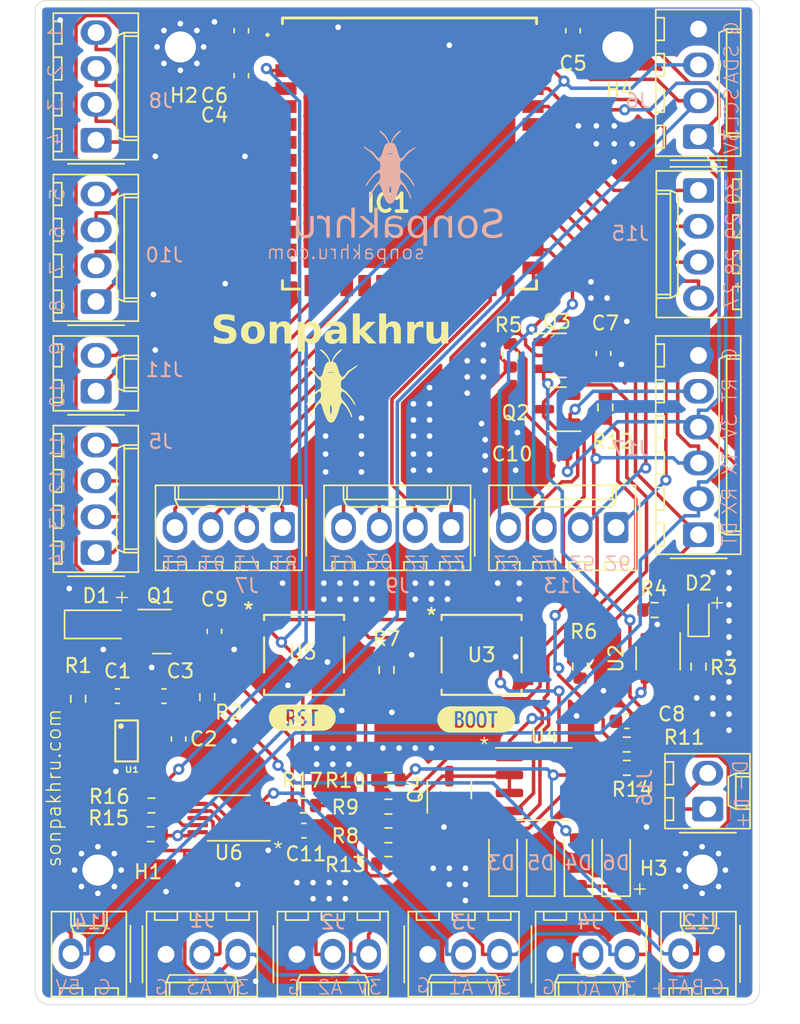
<source format=kicad_pcb>
(kicad_pcb (version 20221018) (generator pcbnew)
  (layers (0 "F.Cu" signal) (31 "B.Cu" signal) (34 "B.Paste" user) (35 "F.Paste" user) (36 "B.SilkS" user "B.Silkscreen") (37 "F.SilkS" user "F.Silkscreen") (38 "B.Mask" user) (39 "F.Mask" user) (44 "Edge.Cuts" user))
  (net 0 "")
  (net 1 "Net-(D1-K)")
  (net 2 "GND")
  (net 3 "+3V3")
  (net 4 "/EN")
  (net 5 "/IO0")
  (net 6 "VBUS")
  (net 7 "Net-(D2-A)")
  (net 8 "/IO4")
  (net 9 "/GP1")
  (net 10 "/GP2")
  (net 11 "/GP3")
  (net 12 "/GP4")
  (net 13 "/GP5")
  (net 14 "/GP6")
  (net 15 "/GP7")
  (net 16 "/GP8")
  (net 17 "/GP9")
  (net 18 "/GP10")
  (net 19 "/GP11")
  (net 20 "/GP12")
  (net 21 "/GP13")
  (net 22 "/GP14")
  (net 23 "/GP15")
  (net 24 "/GP16")
  (net 25 "/GP17")
  (net 26 "/GP18")
  (net 27 "/GP19")
  (net 28 "/GP20")
  (net 29 "/GP21")
  (net 30 "/GP22")
  (net 31 "/GP23")
  (net 32 "/GP24")
  (net 33 "/GP25")
  (net 34 "/GP26")
  (net 35 "/GP27")
  (net 36 "/GP28")
  (net 37 "/GP29")
  (net 38 "/GP30")
  (net 39 "/RX")
  (net 40 "/TX")
  (net 41 "/SDA")
  (net 42 "/SCL")
  (net 43 "/A3")
  (net 44 "/A2")
  (net 45 "/A1")
  (net 46 "/A0")
  (net 47 "+BATT")
  (net 48 "/DTR")
  (net 49 "/RTS")
  (net 50 "Net-(Q2-B)")
  (net 51 "Net-(Q3-B)")
  (net 52 "Net-(U1-EN)")
  (net 53 "Net-(U2-PROG)")
  (net 54 "Net-(U2-STAT)")
  (net 55 "Net-(D3-K)")
  (net 56 "/D+")
  (net 57 "Net-(D4-K)")
  (net 58 "/D-")
  (net 59 "Net-(Q4-B)")
  (net 60 "Net-(Q4-C)")
  (footprint "MountingHole:MountingHole_2.2mm_M2_Pad_Via" (layer "F.Cu") (at 116.205 40.894)
    (fp_text reference "H2")
    (fp_text value "mounting hole")
  )
  (footprint "Connector_Molex:Molex_KK-254_AE-6410-02A_1x02_P2.54mm_Vertical" (layer "F.Cu") (at 110.998 105.116 180)
    (fp_text reference "J14")
    (fp_text value "PWR")
  )
  (footprint "Diode_SMD:D_SOD-123" (layer "F.Cu") (at 144.399 98.679 90)
    (fp_text reference "D4")
    (fp_text value "MBR0540")
  )
  (footprint "Connector_Molex:Molex_KK-254_AE-6410-04A_1x04_P2.54mm_Vertical" (layer "F.Cu") (at 110.236 58.928 90)
    (fp_text reference "J10")
    (fp_text value "EXT2")
  )
  (footprint "Capacitor_SMD:C_0603_1608Metric" (layer "F.Cu") (at 111.747 86.868 180)
    (fp_text reference "C1")
    (fp_text value "10uF")
  )
  (footprint "Package_TO_SOT_SMD:SOT-23" (layer "F.Cu") (at 142.875 66.548 180)
    (fp_text reference "Q2")
    (fp_text value "S8050")
  )
  (footprint "Diode_SMD:D_SOD-123" (layer "F.Cu") (at 139.065 98.679 90)
    (fp_text reference "D3")
    (fp_text value "MBR0540")
  )
  (footprint "Package_SO:SOIC-8_3.9x4.9mm_P1.27mm" (layer "F.Cu") (at 141.986 93.091)
    (fp_text reference "U4")
    (fp_text value "MAX485E")
  )
  (footprint "Resistor_SMD:R_0603_1608Metric" (layer "F.Cu") (at 152.908 84.773 -90)
    (fp_text reference "R3")
    (fp_text value "5.1K")
  )
  (footprint "Capacitor_SMD:C_0603_1608Metric" (layer "F.Cu") (at 118.618 82.283 -90)
    (fp_text reference "C9")
    (fp_text value "1uF")
  )
  (footprint "Diode_SMD:D_SOD-123" (layer "F.Cu") (at 147.066 98.679 90)
    (fp_text reference "D6")
    (fp_text value "MBR0540")
  )
  (footprint "Connector_Molex:Molex_KK-254_AE-6410-04A_1x04_P2.54mm_Vertical" (layer "F.Cu") (at 152.908 51.054 -90)
    (fp_text reference "J15")
    (fp_text value "EXT8")
  )
  (footprint "Connector_Molex:Molex_KK-254_AE-6410-04A_1x04_P2.54mm_Vertical" (layer "F.Cu") (at 135.382 74.93 180)
    (fp_text reference "J9")
    (fp_text value "EXT6")
  )
  (footprint "Resistor_SMD:R_0603_1608Metric" (layer "F.Cu") (at 124.952 94.615)
    (fp_text reference "R17")
    (fp_text value "10K")
  )
  (footprint "MountingHole:MountingHole_2.2mm_M2_DIN965_Pad" (layer "F.Cu") (at 147.193 40.894)
    (fp_text reference "H4")
    (fp_text value "MountingHole_Pad")
  )
  (footprint "Connector_Molex:Molex_KK-254_AE-6410-03A_1x03_P2.54mm_Vertical" (layer "F.Cu") (at 124.46 105.156)
    (fp_text reference "J2")
    (fp_text value "ADC3")
  )
  (footprint "Connector_Molex:Molex_KK-254_AE-6410-03A_1x03_P2.54mm_Vertical" (layer "F.Cu") (at 142.748 105.156)
    (fp_text reference "J4")
    (fp_text value "ADC1")
  )
  (footprint "Connector_Molex:Molex_KK-254_AE-6410-02A_1x02_P2.54mm_Vertical" (layer "F.Cu") (at 110.236 65.278 90)
    (fp_text reference "J11")
    (fp_text value "EXT3")
  )
  (footprint "KiCad:ESP32S3WROOM1UN4" (layer "F.Cu") (at 132.434 48.442)
    (fp_text reference "IC1")
    (fp_text value "ESP32-S3-WROOM-1U-N4" hide)
  )
  (footprint "PTS526 SK15 SMTR2 LFS:SMT_FS" (layer "F.Cu") (at 137.541 83.947)
    (fp_text reference "U3")
    (fp_text value "Boot")
  )
  (footprint "Resistor_SMD:R_0603_1608Metric" (layer "F.Cu") (at 130.94 92.7885)
    (fp_text reference "R10")
    (fp_text value "20K")
  )
  (footprint "Capacitor_SMD:C_0603_1608Metric" (layer "F.Cu") (at 116.078 89.903 -90)
    (fp_text reference "C2")
    (fp_text value "10uF")
  )
  (footprint "Connector_Molex:Molex_KK-254_AE-6410-04A_1x04_P2.54mm_Vertical" (layer "F.Cu") (at 147.066 74.93 180)
    (fp_text reference "J13")
    (fp_text value "EXT7")
  )
  (footprint "Connector_Molex:Molex_KK-254_AE-6410-04A_1x04_P2.54mm_Vertical" (layer "F.Cu") (at 123.444 74.93 180)
    (fp_text reference "J7")
    (fp_text value "EXT5")
  )
  (footprint "logo:sonpakaharu" (layer "F.Cu") (at 126.873 64.897)
    (fp_text reference "sp" hide)
    (fp_text value "LOGO" hide)
  )
  (footprint "AP2112K_3_3TRG1:SOT25" (layer "F.Cu") (at 112.395 90.043 -90)
    (fp_text reference "U1")
    (fp_text value "AP2112K-3.3TRG1" hide)
  )
  (footprint "Capacitor_SMD:C_0603_1608Metric" (layer "F.Cu") (at 147.828 88.646 180)
    (fp_text reference "C8")
    (fp_text value "1uF")
  )
  (footprint "Resistor_SMD:R_0603_1608Metric" (layer "F.Cu") (at 144.526 84.773 90)
    (fp_text reference "R6")
    (fp_text value "12K")
  )
  (footprint "Resistor_SMD:R_0603_1608Metric" (layer "F.Cu") (at 139.573 62.738 90)
    (fp_text reference "R5")
    (fp_text value "10K")
  )
  (footprint "Resistor_SMD:R_0603_1608Metric" (layer "F.Cu") (at 147.828 90.297 180)
    (fp_text reference "R11")
    (fp_text value "12K")
  )
  (footprint "Connector_Molex:Molex_KK-254_AE-6410-03A_1x03_P2.54mm_Vertical" (layer "F.Cu") (at 115.189 105.156)
    (fp_text reference "J1")
    (fp_text value "ADC4")
  )
  (footprint "Resistor_SMD:R_0603_1608Metric" (layer "F.Cu") (at 108.966 87.059 90)
    (fp_text reference "R1")
    (fp_text value "100K")
  )
  (footprint "Capacitor_SMD:C_0603_1608Metric" (layer "F.Cu") (at 115.049 86.868)
    (fp_text reference "C3")
    (fp_text value "10uF")
  )
  (footprint "Package_TO_SOT_SMD:SOT-23" (layer "F.Cu") (at 135.255 93.472 90)
    (fp_text reference "Q4")
    (fp_text value "S8050")
  )
  (footprint "Diode_SMD:D_SOD-123" (layer "F.Cu") (at 110.364 81.788)
    (fp_text reference "D1")
    (fp_text value "MBR0540")
  )
  (footprint "Resistor_SMD:R_0603_1608Metric" (layer "F.Cu") (at 130.81 85.027 -90)
    (fp_text reference "R7")
    (fp_text value "10K")
  )
  (footprint "Package_SO:VSSOP-10_3x3mm_P0.5mm" (layer "F.Cu") (at 119.634 95.504 180)
    (fp_text reference "U6")
    (fp_text value "ADS1115IDGSR")
  )
  (footprint "Connector_Molex:Molex_KK-254_AE-6410-06A_1x06_P2.54mm_Vertical" (layer "F.Cu") (at 152.908 75.438 90)
    (fp_text reference "J17")
    (fp_text value "FTDI")
  )
  (footprint "Connector_Molex:Molex_KK-254_AE-6410-04A_1x04_P2.54mm_Vertical" (layer "F.Cu") (at 152.908 47.244 90)
    (fp_text reference "J6")
    (fp_text value "I2C")
  )
  (footprint "Connector_Molex:Molex_KK-254_AE-6410-03A_1x03_P2.54mm_Vertical" (layer "F.Cu") (at 133.731 105.156)
    (fp_text reference "J3")
    (fp_text value "ADC2")
  )
  (footprint "Capacitor_SMD:C_0603_1608Metric" (layer "F.Cu") (at 120.523 42.926 -90)
    (fp_text reference "C4")
    (fp_text value "10uF")
  )
  (footprint "Resistor_SMD:R_0603_1608Metric" (layer "F.Cu") (at 147.828 91.948)
    (fp_text reference "R14")
    (fp_text value "10K")
  )
  (footprint "Connector_Molex:Molex_KK-254_AE-6410-02A_1x02_P2.54mm_Vertical" (layer "F.Cu") (at 153.563 94.869 90)
    (fp_text reference "J16")
    (fp_text value "485")
  )
  (footprint "Resistor_SMD:R_0603_1608Metric" (layer "F.Cu") (at 130.94 98.7575)
    (fp_text reference "R13")
    (fp_text value "20K")
  )
  (footprint "Package_TO_SOT_SMD:SOT-23" (layer "F.Cu") (at 114.8865 82.296)
    (fp_text reference "Q1")
    (fp_text value "DMG3415U")
  )
  (footprint "Connector_Molex:Molex_KK-254_AE-6410-02A_1x02_P2.54mm_Vertical" (layer "F.Cu") (at 154.178 105.116 180)
    (fp_text reference "J12")
    (fp_text value "BATT")
  )
  (footprint "Resistor_SMD:R_0603_1608Metric" (layer "F.Cu") (at 146.304 66.421 -90)
    (fp_text reference "R12")
    (fp_text value "10K")
  )
  (footprint "Connector_Molex:Molex_KK-254_AE-6410-04A_1x04_P2.54mm_Vertical" (layer "F.Cu") (at 110.236 76.708 90)
    (fp_text reference "J5")
    (fp_text value "EXT4")
  )
  (footprint "Connector_Molex:Molex_KK-254_AE-6410-04A_1x04_P2.54mm_Vertical" (layer "F.Cu") (at 110.236 47.498 90)
    (fp_text reference "J8")
    (fp_text value "EXT1")
  )
  (footprint "Resistor_SMD:R_0603_1608Metric" (layer "F.Cu") (at 114.157 94.615)
    (fp_text reference "R16")
    (fp_text value "10K")
  )
  (footprint "PTS526 SK15 SMTR2 LFS:SMT_FS" (layer "F.Cu") (at 124.968 83.947)
    (fp_text reference "U5")
    (fp_text value "Reset")
  )
  (footprint "Package_TO_SOT_SMD:SOT-23-5" (layer "F.Cu") (at 150.048 84.1955 -90)
    (fp_text reference "U2")
    (fp_text value "MCP73831-2-OT")
  )
  (footprint "Capacitor_SMD:C_0603_1608Metric" (layer "F.Cu") (at 144.018 39.751 -90)
    (fp_text reference "C5")
    (fp_text value "10uF")
  )
  (footprint "Resistor_SMD:R_0603_1608Metric" (layer "F.Cu") (at 114.094 96.647)
    (fp_text reference "R15")
    (fp_text value "10K")
  )
  (footprint "MountingHole:MountingHole_2.2mm_M2_Pad_Via" (layer "F.Cu") (at 153.162 99.187)
    (fp_text reference "H3")
    (fp_text value "MountingHole_Pad")
  )
  (footprint "Resistor_SMD:R_0603_1608Metric" (layer "F.Cu") (at 118.11 86.931 90)
    (fp_text reference "R2")
    (fp_text value "100K")
  )
  (footprint "kibuzzard-65BFB983" (layer "F.Cu") (at 124.841 88.392)
    (fp_text reference "kibuzzard-65BFB983" hide)
    (fp_text value "G***" hide)
  )
  (footprint "Diode_SMD:D_SOD-123" (layer "F.Cu") (at 141.732 98.679 90)
    (fp_text reference "D5")
    (fp_text value "MBR0540")
  )
  (footprint "Resistor_SMD:R_0603_1608Metric" (layer "F.Cu") (at 130.94 96.7255)
    (fp_text reference "R8")
    (fp_text value "10K")
  )
  (footprint "Resistor_SMD:R_0603_1608Metric" (layer "F.Cu") (at 130.94 94.6935)
    (fp_text reference "R9")
    (fp_text value "10K")
  )
  (footprint "Capacitor_SMD:C_0603_1608Metric" (layer "F.Cu") (at 146.177 62.611 90)
    (fp_text reference "C7")
    (fp_text value "4.7uF")
  )
  (footprint "Capacitor_SMD:C_0603_1608Metric" (layer "F.Cu") (at 124.952 96.393)
    (fp_text reference "C11")
    (fp_text value "1uF")
  )
  (footprint "Capacitor_SMD:C_0603_1608Metric" (layer "F.Cu") (at 120.523 39.751 90)
    (fp_text reference "C6")
    (fp_text value "1uF")
  )
  (footprint "Resistor_SMD:R_0603_1608Metric" (layer "F.Cu") (at 149.797 80.772 180)
    (fp_text reference "R4")
    (fp_text value "5.1K")
  )
  (footprint "Capacitor_SMD:C_0603_1608Metric" (layer "F.Cu") (at 142.748 69.723)
    (fp_text reference "C10")
    (fp_text value "1uF")
  )
  (footprint "Package_TO_SOT_SMD:SOT-23" (layer "F.Cu") (at 142.875 62.738)
    (fp_text reference "Q3")
    (fp_text value "SS8050-G")
  )
  (footprint "LED_SMD:LED_0603_1608Metric" (layer "F.Cu") (at 152.908 81.153 90)
    (fp_text reference "D2")
    (fp_text value "orange")
  )
  (footprint "kibuzzard-65BFB976" (layer "F.Cu") (at 137.16 88.519)
    (fp_text reference "kibuzzard-65BFB976" hide)
    (fp_text value "G***" hide)
  )
  (footprint "MountingHole:MountingHole_2.2mm_M2_Pad_Via" (layer "F.Cu") (at 110.363 99.187)
    (fp_text reference "H1")
    (fp_text value "MountingHole_Pad")
  )
  (footprint "logo:sonpakaharu" (layer "B.Cu") (at 131.064 49.403 180)
    (fp_text reference "spb" hide)
    (fp_text value "LOGO" hide)
  )
  (gr_arc (start 156.464 37.592) (mid 157.002815 37.815185) (end 157.226 38.354) (stroke (width 0.05)) (layer "Edge.Cuts"))
  (gr_line (start 157.226 107.696) (end 157.226 38.354) (stroke (width 0.05)) (layer "Edge.Cuts"))
  (gr_line (start 156.464 37.592) (end 106.68 37.592) (stroke (width 0.05)) (layer "Edge.Cuts"))
  (gr_arc (start 105.918 38.354) (mid 106.141185 37.815185) (end 106.68 37.592) (stroke (width 0.05)) (layer "Edge.Cuts"))
  (gr_line (start 105.918 38.354) (end 105.918 107.696) (stroke (width 0.05)) (layer "Edge.Cuts"))
  (gr_arc (start 106.934 108.712) (mid 106.21558 108.41442) (end 105.918 107.696) (stroke (width 0.05)) (layer "Edge.Cuts"))
  (gr_line (start 106.934 108.712) (end 156.21 108.712) (stroke (width 0.05)) (layer "Edge.Cuts"))
  (gr_arc (start 157.226 107.696) (mid 156.92842 108.41442) (end 156.21 108.712) (stroke (width 0.05)) (layer "Edge.Cuts"))
  (gr_text "5V" (at 109.22 108.077) (layer "B.SilkS") (effects (font (size 1 1) (thickness 0.1)) (justify left bottom mirror)))
  (gr_text "G" (at 124.841 108.077) (layer "B.SilkS") (effects (font (size 1 1) (thickness 0.1)) (justify left bottom mirror)))
  (gr_text "3V" (at 121.158 108.077) (layer "B.SilkS") (effects (font (size 1 1) (thickness 0.1)) (justify left bottom mirror)))
  (gr_text "1" (at 107.95 39.37 90) (layer "B.SilkS") (effects (font (size 1 1) (thickness 0.1)) (justify left bottom mirror)))
  (gr_text "G" (at 155.829 38.989 90) (layer "B.SilkS") (effects (font (size 1 1) (thickness 0.1)) (justify left bottom mirror)))
  (gr_text "D+" (at 156.591 93.98 90) (layer "B.SilkS") (effects (font (size 1 1) (thickness 0.1)) (justify left bottom mirror)))
  (gr_text "RT" (at 155.702 64.262 90) (layer "B.SilkS") (effects (font (size 1 1) (thickness 0.1)) (justify left bottom mirror)))
  (gr_text "26" (at 146.177 76.835 180) (layer "B.SilkS") (effects (font (size 1 1) (thickness 0.1)) (justify left bottom mirror)))
  (gr_text "9" (at 108.077 61.722 90) (layer "B.SilkS") (effects (font (size 1 1) (thickness 0.1)) (justify left bottom mirror)))
  (gr_text "G" (at 133.985 107.95) (layer "B.SilkS") (effects (font (size 1 1) (thickness 0.1)) (justify left bottom mirror)))
  (gr_text "13" (at 108.077 73.152 90) (layer "B.SilkS") (effects (font (size 1 1) (thickness 0.1)) (justify left bottom mirror)))
  (gr_text "5" (at 108.077 50.8 90) (layer "B.SilkS") (effects (font (size 1 1) (thickness 0.1)) (justify left bottom mirror)))
  (gr_text "sonpakhru.com" (at 133.604 56.007) (layer "B.SilkS") (effects (font (size 1 1) (thickness 0.1)) (justify left bottom mirror)))
  (gr_text "A0" (at 146.05 108.204) (layer "B.SilkS") (effects (font (size 1 1) (thickness 0.1)) (justify left bottom mirror)))
  (gr_text "21" (at 131.953 76.835 180) (layer "B.SilkS") (effects (font (size 1 1) (thickness 0.1)) (justify left bottom mirror)))
  (gr_text "15" (at 114.808 76.835 180) (layer "B.SilkS") (effects (font (size 1 1) (thickness 0.1)) (justify left bottom mirror)))
  (gr_text "TX" (at 155.702 69.469 90) (layer "B.SilkS") (effects (font (size 1 1) (thickness 0.1)) (justify left bottom mirror)))
  (gr_text "8" (at 108.077 58.674 90) (layer "B.SilkS") (effects (font (size 1 1) (thickness 0.1)) (justify left bottom mirror)))
  (gr_text "3V" (at 139.7 108.077) (layer "B.SilkS") (effects (font (size 1 1) (thickness 0.1)) (justify left bottom mirror)))
  (gr_text "3V" (at 130.556 108.077) (layer "B.SilkS") (effects (font (size 1 1) (thickness 0.1)) (justify left bottom mirror)))
  (gr_text "29" (at 155.956 52.578 90) (layer "B.SilkS") (effects (font (size 1 1) (thickness 0.1)) (justify left bottom mirror)))
  (gr_text "SDA" (at 155.829 40.64 90) (layer "B.SilkS") (effects (font (size 1 1) (thickness 0.1)) (justify left bottom mirror)))
  (gr_text "20" (at 129.286 76.708 180) (layer "B.SilkS") (effects (font (size 1 1) (thickness 0.1)) (justify left bottom mirror)))
  (gr_text "3" (at 107.95 44.45 90) (layer "B.SilkS") (effects (font (size 1 1) (thickness 0.1)) (justify left bottom mirror)))
  (gr_text "SCL" (at 155.829 43.688 90) (layer "B.SilkS") (effects (font (size 1 1) (thickness 0.1)) (justify left bottom mirror)))
  (gr_text "Sonpakhru" (at 139.192 54.737) (layer "B.SilkS") (effects (font (size 2 2) (thickness 0.1)) (justify left bottom mirror)))
  (gr_text "3V" (at 155.702 66.802 90) (layer "B.SilkS") (effects (font (size 1 1) (thickness 0.1)) (justify left bottom mirror)))
  (gr_text "19" (at 126.619 76.835 180) (layer "B.SilkS") (effects (font (size 1 1) (thickness 0.1)) (justify left bottom mirror)))
  (gr_text "17" (at 119.888 76.835 180) (layer "B.SilkS") (effects (font (size 1 1) (thickness 0.1)) (justify left bottom mirror)))
  (gr_text "D-" (at 156.464 91.313 90) (layer "B.SilkS") (effects (font (size 1 1) (thickness 0.1)) (justify left bottom mirror)))
  (gr_text "A3" (at 118.491 108.077) (layer "B.SilkS") (effects (font (size 1 1) (thickness 0.1)) (justify left bottom mirror)))
  (gr_text "10" (at 108.077 64.516 90) (layer "B.SilkS") (effects (font (size 1 1) (thickness 0.1)) (justify left bottom mirror)))
  (gr_text "DT" (at 155.702 74.422 90) (layer "B.SilkS") (effects (font (size 1 1) (thickness 0.1)) (justify left bottom mirror)))
  (gr_text "G" (at 154.813 108.077) (layer "B.SilkS") (effects (font (size 1 1) (thickness 0.1)) (justify left bottom mirror)))
  (gr_text "12" (at 108.077 70.612 90) (layer "B.SilkS") (effects (font (size 1 1) (thickness 0.1)) (justify left bottom mirror)))
  (gr_text "22" (at 134.493 76.835 180) (layer "B.SilkS") (effects (font (size 1 1) (thickness 0.1)) (justify left bottom mirror)))
  (gr_text "BAT+" (at 153.416 108.077) (layer "B.SilkS") (effects (font (size 1 1) (thickness 0.1)) (justify left bottom mirror)))
  (gr_text "3V" (at 148.59 108.204) (layer "B.SilkS") (effects (font (size 1 1) (thickness 0.1)) (justify left bottom mirror)))
  (gr_text "23" (at 138.303 76.835 180) (layer "B.SilkS") (effects (font (size 1 1) (thickness 0.1)) (justify left bottom mirror)))
  (gr_text "G" (at 115.443 108.077) (layer "B.SilkS") (effects (font (size 1 1) (thickness 0.1)) (justify left bottom mirror)))
  (gr_text "18" (at 122.555 76.835 180) (layer "B.SilkS") (effects (font (size 1 1) (thickness 0.1)) (justify left bottom mirror)))
  (gr_text "16" (at 117.475 76.835 180) (layer "B.SilkS") (effects (font (size 1 1) (thickness 0.1)) (justify left bottom mirror)))
  (gr_text "G" (at 142.875 108.077) (layer "B.SilkS") (effects (font (size 1 1) (thickness 0.1)) (justify left bottom mirror)))
  (gr_text "24" (at 140.97 76.835 180) (layer "B.SilkS") (effects (font (size 1 1) (thickness 0.1)) (justify left bottom mirror)))
  (gr_text "28" (at 155.956 55.118 90) (layer "B.SilkS") (effects (font (size 1 1) (thickness 0.1)) (justify left bottom mirror)))
  (gr_text "7" (at 108.077 56.007 90) (layer "B.SilkS") (effects (font (size 1 1) (thickness 0.1)) (justify left bottom mirror)))
  (gr_text "A1" (at 137.033 108.077) (layer "B.SilkS") (effects (font (size 1 1) (thickness 0.1)) (justify left bottom mirror)))
  (gr_text "RX" (at 155.702 72.009 90) (layer "B.SilkS") (effects (font (size 1 1) (thickness 0.1)) (justify left bottom mirror)))
  (gr_text "25" (at 143.637 76.835 180) (layer "B.SilkS") (effects (font (size 1 1) (thickness 0.1)) (justify left bottom mirror)))
  (gr_text "4" (at 107.95 46.863 90) (layer "B.SilkS") (effects (font (size 1 1) (thickness 0.1)) (justify left bottom mirror)))
  (gr_text "27" (at 155.829 57.404 90) (layer "B.SilkS") (effects (font (size 1 1) (thickness 0.1)) (justify left bottom mirror)))
  (gr_text "G" (at 111.379 108.077) (layer "B.SilkS") (effects (font (size 1 1) (thickness 0.1)) (justify left bottom mirror)))
  (gr_text "A2" (at 127.762 108.077) (layer "B.SilkS") (effects (font (size 1 1) (thickness 0.1)) (justify left bottom mirror)))
  (gr_text "11" (at 108.077 68.199 90) (layer "B.SilkS") (effects (font (size 1 1) (thickness 0.1)) (justify left bottom mirror)))
  (gr_text "30" (at 155.956 50.165 90) (layer "B.SilkS") (effects (font (size 1 1) (thickness 0.1)) (justify left bottom mirror)))
  (gr_text "6" (at 108.077 53.467 90) (layer "B.SilkS") (effects (font (size 1 1) (thickness 0.1)) (justify left bottom mirror)))
  (gr_text "3V" (at 155.829 46.609 90) (layer "B.SilkS") (effects (font (size 1 1) (thickness 0.1)) (justify left bottom mirror)))
  (gr_text "2" (at 107.95 42.037 90) (layer "B.SilkS") (effects (font (size 1 1) (thickness 0.1)) (justify left bottom mirror)))
  (gr_text "G" (at 155.702 62.103 90) (layer "B.SilkS") (effects (font (size 1 1) (thickness 0.1)) (justify left bottom mirror)))
  (gr_text "14" (at 108.077 75.692 90) (layer "B.SilkS") (effects (font (size 1 1) (thickness 0.1)) (justify left bottom mirror)))
  (gr_text "+" (at 153.543 80.772) (layer "F.SilkS") (effects (font (size 1 1) (thickness 0.1)) (justify left bottom)))
  (gr_text "+" (at 111.379 80.391) (layer "F.SilkS") (effects (font (size 1 1) (thickness 0.1)) (justify left bottom)))
  (gr_text "sonpakhru.com" (at 107.823 99.06 90) (layer "F.SilkS") (effects (font (size 1 1) (thickness 0.1)) (justify left bottom)))
  (gr_text "*" (at 122.682 98.298) (layer "F.SilkS") (effects (font (size 1 1) (thickness 0.1)) (justify left bottom)))
  (gr_text "+" (at 148.066 101.039) (layer "F.SilkS") (effects (font (size 1 1) (thickness 0.1)) (justify left bottom)))
  (gr_text "*" (at 137.287 90.932) (layer "F.SilkS") (effects (font (size 1 1) (thickness 0.1)) (justify left bottom)))
  (gr_text "Sonpakhru" (at 118.364 62.23) (layer "F.SilkS") (effects (font (size 2 2) (thickness 0.2) bold) (justify left bottom)))
  (segment (start 108.966 82.04) (end 108.714 81.788) (width 0.25) (layer "F.Cu") (net 1))
  (segment (start 109.855 87.757) (end 111.191 89.093) (width 0.25) (layer "F.Cu") (net 1))
  (segment (start 112.522 84.673) (end 113.949 83.246) (width 0.25) (layer "F.Cu") (net 1))
  (segment (start 109.855 87.123) (end 109.855 87.757) (width 0.25) (layer "F.Cu") (net 1))
  (segment (start 111.195 89.093) (end 111.195 88.576) (width 0.25) (layer "F.Cu") (net 1))
  (segment (start 112.522 87.249) (end 112.522 86.868) (width 0.25) (layer "F.Cu") (net 1))
  (segment (start 112.522 86.868) (end 112.522 84.673) (width 0.25) (layer "F.Cu") (net 1))
  (segment (start 111.195 88.576) (end 112.522 87.249) (width 0.25) (layer "F.Cu") (net 1))
  (segment (start 108.966 86.234) (end 109.855 87.123) (width 0.25) (layer "F.Cu") (net 1))
  (segment (start 111.191 89.093) (end 111.195 89.093) (width 0.25) (layer "F.Cu") (net 1))
  (segment (start 108.966 86.234) (end 108.966 82.04) (width 0.25) (layer "F.Cu") (net 1))
  (segment (start 120.719 95.689) (end 120.904 95.504) (width 0.25) (layer "F.Cu") (net 2))
  (segment (start 122.428 97.098) (end 121.834 96.504) (width 0.25) (layer "F.Cu") (net 2))
  (segment (start 120.719 96.335) (end 120.719 95.689) (width 0.25) (layer "F.Cu") (net 2))
  (segment (start 120.904 95.504) (end 121.834 95.504) (width 0.25) (layer "F.Cu") (net 2))
  (segment (start 121.834 96.504) (end 120.888 96.504) (width 0.25) (layer "F.Cu") (net 2))
  (segment (start 120.888 96.504) (end 120.719 96.335) (width 0.25) (layer "F.Cu") (net 2))
  (segment (start 122.428 97.79) (end 122.428 97.098) (width 0.25) (layer "F.Cu") (net 2))
  (via (at 146.431 58.674) (size 0.8) (drill 0.4) (layers "F.Cu" "B.Cu") (net 2))
  (via (at 145.669 46.482) (size 0.8) (drill 0.4) (layers "F.Cu" "B.Cu") (net 2))
  (via (at 140.081 68.199) (size 0.8) (drill 0.4) (layers "F.Cu" "B.Cu") (net 2))
  (via (at 127.508 78.867) (size 0.8) (drill 0.4) (layers "F.Cu" "B.Cu") (net 2))
  (via (at 129.794 78.867) (size 0.8) (drill 0.4) (layers "F.Cu" "B.Cu") (net 2))
  (via (at 126.365 80.01) (size 0.8) (drill 0.4) (layers "F.Cu" "B.Cu") (net 2))
  (via (at 110.744 83.566) (size 0.8) (drill 0.4) (layers "F.Cu" "B.Cu") (net 2))
  (via (at 136.525 63.119) (size 0.8) (drill 0.4) (layers "F.Cu" "B.Cu") (net 2))
  (via (at 153.924 78.105) (size 0.8) (drill 0.4) (layers "F.Cu" "B.Cu") (net 2))
  (via (at 126.746 100.076) (size 0.8) (drill 0.4) (layers "F.Cu" "B.Cu") (net 2))
  (via (at 133.858 66.167) (size 0.8) (drill 0.4) (layers "F.Cu" "B.Cu") (net 2))
  (via (at 107.696 38.989) (size 0.8) (drill 0.4) (layers "F.Cu" "B.Cu") (net 2))
  (via (at 137.795 69.85) (size 0.8) (drill 0.4) (layers "F.Cu" "B.Cu") (net 2))
  (via (at 128.651 78.867) (size 0.8) (drill 0.4) (layers "F.Cu" "B.Cu") (net 2))
  (via (at 127.889 100.076) (size 0.8) (drill 0.4) (layers "F.Cu" "B.Cu") (net 2))
  (via (at 153.924 86.995) (size 0.8) (drill 0.4) (layers "F.Cu" "B.Cu") (net 2))
  (via (at 133.858 67.31) (size 0.8) (drill 0.4) (layers "F.Cu" "B.Cu") (net 2))
  (via (at 149.225 96.139) (size 0.8) (drill 0.4) (layers "F.Cu" "B.Cu") (net 2))
  (via (at 118.618 39.116) (size 0.8) (drill 0.4) (layers "F.Cu" "B.Cu") (net 2))
  (via (at 120.015 83.566) (size 0.8) (drill 0.4) (layers "F.Cu" "B.Cu") (net 2))
  (via (at 125.857 90.551) (size 0.8) (drill 0.4) (layers "F.Cu" "B.Cu") (net 2))
  (via (at 125.603 100.076) (size 0.8) (drill 0.4) (layers "F.Cu" "B.Cu") (net 2))
  (via (at 119.38 57.658) (size 0.8) (drill 0.4) (layers "F.Cu" "B.Cu") (net 2))
  (via (at 127.635 87.884) (size 0.8) (drill 0.4) (layers "F.Cu" "B.Cu") (net 2))
  (via (at 155.067 83.82) (size 0.8) (drill 0.4) (layers "F.Cu" "B.Cu") (net 2))
  (via (at 155.067 80.391) (size 0.8) (drill 0.4) (layers "F.Cu" "B.Cu") (net 2))
  (via (at 131.699 90.551) (size 0.8) (drill 0.4) (layers "F.Cu" "B.Cu") (net 2))
  (via (at 148.209 47.752) (size 0.8) (drill 0.4) (layers "F.Cu" "B.Cu") (net 2))
  (via (at 135.128 78.867) (size 0.8) (drill 0.4) (layers "F.Cu" "B.Cu") (net 2))
  (via (at 132.842 90.551) (size 0.8) (drill 0.4) (layers "F.Cu" "B.Cu") (net 2))
  (via (at 140.208 80.01) (size 0.8) (drill 0.4) (layers "F.Cu" "B.Cu") (net 2))
  (via (at 135.255 100.203) (size 0.8) (drill 0.4) (layers "F.Cu" "B.Cu") (net 2))
  (via (at 146.939 46.482) (size 0.8) (drill 0.4) (layers "F.Cu" "B.Cu") (net 2))
  (via (at 135.255 99.06) (size 0.8) (drill 0.4) (layers "F.Cu" "B.Cu") (net 2))
  (via (at 155.067 82.677) (size 0.8) (drill 0.4) (layers "F.Cu" "B.Cu") (net 2))
  (via (at 145.288 57.531) (size 0.8) (drill 0.4) (layers "F.Cu" "B.Cu") (net 2))
  (via (at 135.255 40.767) (size 0.8) (drill 0.4) (layers "F.Cu" "B.Cu") (net 2))
  (via (at 129.794 80.01) (size 0.8) (drill 0.4) (layers "F.Cu" "B.Cu") (net 2))
  (via (at 130.556 90.551) (size 0.8) (drill 0.4) (layers "F.Cu" "B.Cu") (net 2))
  (via (at 132.715 67.31) (size 0.8) (drill 0.4) (layers "F.Cu" "B.Cu") (net 2))
  (via (at 120.015 90.043) (size 0.8) (drill 0.4) (layers "F.Cu" "B.Cu") (net 2))
  (via (at 153.924 88.138) (size 0.8) (drill 0.4) (layers "F.Cu" "B.Cu") (net 2))
  (via (at 123.825 86.106) (size 0.8) (drill 0.4) (layers "F.Cu" "B.Cu") (net 2))
  (via (at 155.067 78.105) (size 0.8) (drill 0.4) (layers "F.Cu" "B.Cu") (net 2))
  (via (at 133.858 70.866) (size 0.8) (drill 0.4) (layers "F.Cu" "B.Cu") (net 2))
  (via (at 133.858 65.024) (size 0.8) (drill 0.4) (layers "F.Cu" "B.Cu") (net 2))
  (via (at 136.398 101.346) (size 0.8) (drill 0.4) (layers "F.Cu" "B.Cu") (net 2))
  (via (at 121.539 107.061) (size 0.8) (drill 0.4) (layers "F.Cu" "B.Cu") (net 2))
  (via (at 155.067 81.534) (size 0.8) (drill 0.4) (layers "F.Cu" "B.Cu") (net 2))
  (via (at 129.032 70.993) (size 0.8) (drill 0.4) (layers "F.Cu" "B.Cu") (net 2))
  (via (at 146.939 47.752) (size 0.8) (drill 0.4) (layers "F.Cu" "B.Cu") (net 2))
  (via (at 140.208 78.867) (size 0.8) (drill 0.4) (layers "F.Cu" "B.Cu") (net 2))
  (via (at 134.874 96.139) (size 0.8) (drill 0.4) (layers "F.Cu" "B.Cu") (net 2))
  (via (at 139.954 84.074) (size 0.8) (drill 0.4) (layers "F.Cu" "B.Cu") (net 2))
  (via (at 126.746 101.219) (size 0.8) (drill 0.4) (layers "F.Cu" "B.Cu") (net 2))
  (via (at 114.3 58.42) (size 0.8) (drill 0.4) (layers "F.Cu" "B.Cu") (net 2))
  (via (at 146.177 86.487) (size 0.8) (drill 0.4) (layers "F.Cu" "B.Cu") (net 2))
  (via (at 155.067 79.248) (size 0.8) (drill 0.4) (layers "F.Cu" "B.Cu") (net 2))
  (via (at 128.143 91.694) (size 0.8) (drill 0.4) (layers "F.Cu" "B.Cu") (net 2))
  (via (at 132.715 69.723) (size 0.8) (drill 0.4) (layers "F.Cu" "B.Cu") (net 2))
  (via (at 147.828 60.325) (size 0.8) (drill 0.4) (layers "F.Cu" "B.Cu") (net 2))
  (via (at 114.173 84.836) (size 0.8) (drill 0.4) (layers "F.Cu" "B.Cu") (net 2))
  (via (at 145.669 47.752) (size 0.8) (drill 0.4) (layers "F.Cu" "B.Cu") (net 2))
  (via (at 147.447 63.373) (size 0.8) (drill 0.4) (layers "F.Cu" "B.Cu") (net 2))
  (via (at 132.715 66.167) (size 0.8) (drill 0.4) (layers "F.Cu" "B.Cu") (net 2))
  (via (at 115.189 100.711) (size 0.8) (drill 0.4) (layers "F.Cu" "B.Cu") (net 2))
  (via (at 137.668 63.119) (size 0.8) (drill 0.4) (layers "F.Cu" "B.Cu") (net 2))
  (via (at 128.651 80.01) (size 0.8) (drill 0.4) (layers "F.Cu" "B.Cu") (net 2))
  (via (at 126.492 70.993) (size 0.8) (drill 0.4) (layers "F.Cu" "B.Cu") (net 2))
  (via (at 149.987 81.788) (size 0.8) (drill 0.4) (layers "F.Cu" "B.Cu") (net 2))
  (via (at 133.985 80.01) (size 0.8) (drill 0.4) (layers "F.Cu" "B.Cu") (net 2))
  (via (at 126.492 69.723) (size 0.8) (drill 0.4) (layers "F.Cu" "B.Cu") (net 2))
  (via (at 136.525 65.405) (size 0.8) (drill 0.4) (layers "F.Cu" "B.Cu") (net 2))
  (via (at 128.143 90.551) (size 0.8) (drill 0.4) (layers "F.Cu" "B.Cu") (net 2))
  (via (at 137.668 64.262) (size 0.8) (drill 0.4) (layers "F.Cu" "B.Cu") (net 2))
  (via (at 132.588 83.947) (size 0.8) (drill 0.4) (layers "F.Cu" "B.Cu") (net 2))
  (via (at 114.427 48.641) (size 0.8) (drill 0.4) (layers "F.Cu" "B.Cu") (net 2))
  (via (at 134.112 99.06) (size 0.8) (drill 0.4) (layers "F.Cu" "B.Cu") (net 2))
  (via (at 126.365 78.867) (size 0.8) (drill 0.4) (layers "F.Cu" "B.Cu") (net 2))
  (via (at 122.428 97.79) (size 0.8) (drill 0.4) (layers "F.Cu" "B.Cu") (net 2))
  (via (at 127 91.694) (size 0.8) (drill 0.4) (layers "F.Cu" "B.Cu") (net 2))
  (via (at 146.939 49.022) (size 0.8) (drill 0.4) (layers "F.Cu" "B.Cu") (net 2))
  (via (at 127.889 101.219) (size 0.8) (drill 0.4) (layers "F.Cu" "B.Cu") (net 2))
  (via (at 129.032 68.453) (size 0.8) (drill 0.4) (layers "F.Cu" "B.Cu") (net 2))
  (via (at 133.985 90.551) (size 0.8) (drill 0.4) (layers "F.Cu" "B.Cu") (net 2))
  (via (at 155.067 89.281) (size 0.8) (drill 0.4) (layers "F.Cu" "B.Cu") (net 2))
  (via (at 132.842 78.867) (size 0.8) (drill 0.4) (layers "F.Cu" "B.Cu") (net 2))
  (via (at 129.032 69.723) (size 0.8) (drill 0.4) (layers "F.Cu" "B.Cu") (net 2))
  (via (at 137.795 70.866) (size 0.8) (drill 0.4) (layers "F.Cu" "B.Cu") (net 2))
  (via (at 137.668 61.976) (size 0.8) (drill 0.4) (layers "F.Cu" "B.Cu") (net 2))
  (via (at 126.492 68.453) (size 0.8) (drill 0.4) (layers "F.Cu" "B.Cu") (net 2))
  (via (at 155.067 88.138) (size 0.8) (drill 0.4) (layers "F.Cu" "B.Cu") (net 2))
  (via (at 133.858 68.453) (size 0.8) (drill 0.4) (layers "F.Cu" "B.Cu") (net 2))
  (via (at 132.715 68.453) (size 0.8) (drill 0.4) (layers "F.Cu" "B.Cu") (net 2))
  (via (at 136.398 100.203) (size 0.8) (drill 0.4) (layers "F.Cu" "B.Cu") (net 2))
  (via (at 126.619 84.455) (size 0.8) (drill 0.4) (layers "F.Cu" "B.Cu") (net 2))
  (via (at 111.633 92.202) (size 0.8) (drill 0.4) (layers "F.Cu" "B.Cu") (net 2))
  (via (at 127 90.551) (size 0.8) (drill 0.4) (layers "F.Cu" "B.Cu") (net 2))
  (via (at 152.781 86.995) (size 0.8) (drill 0.4) (layers "F.Cu" "B.Cu") (net 2))
  (via (at 132.842 80.01) (size 0.8) (drill 0.4) (layers "F.Cu" "B.Cu") (net 2))
  (via (at 135.128 80.01) (size 0.8) (drill 0.4) (layers "F.Cu" "B.Cu") (net 2))
  (via (at 136.525 64.262) (size 0.8) (drill 0.4) (layers "F.Cu" "B.Cu") (net 2))
  (via (at 133.858 69.723) (size 0.8) (drill 0.4) (layers "F.Cu" "B.Cu") (net 2))
  (via (at 137.541 67.564) (size 0.8) (drill 0.4) (layers "F.Cu" "B.Cu") (net 2))
  (via (at 138.684 78.867) (size 0.8) (drill 0.4) (layers "F.Cu" "B.Cu") (net 2))
  (via (at 127.381 39.497) (size 0.8) (drill 0.4) (layers "F.Cu" "B.Cu") (net 2))
  (via (at 144.399 46.482) (size 0.8) (drill 0.4) (layers "F.Cu" "B.Cu") (net 2))
  (via (at 155.067 85.852) (size 0.8) (drill 0.4) (layers "F.Cu" "B.Cu") (net 2))
  (via (at 124.46 100.076) (size 0.8) (drill 0.4) (layers "F.Cu" "B.Cu") (net 2))
  (via (at 131.191 88.011) (size 0.8) (drill 0.4) (layers "F.Cu" "B.Cu") (net 2))
  (via (at 120.269 100.203) (size 0.8) (drill 0.4) (layers "F.Cu" "B.Cu") (net 2))
  (via (at 145.288 58.674) (size 0.8) (drill 0.4) (layers "F.Cu" "B.Cu") (net 2))
  (via (at 123.444 78.867) (size 0.8) (drill 0.4) (layers "F.Cu" "B.Cu") (net 2))
  (via (at 136.398 99.06) (size 0.8) (drill 0.4) (layers "F.Cu" "B.Cu") (net 2))
  (via (at 108.331 79.248) (size 0.8) (drill 0.4) (layers "F.Cu" "B.Cu") (net 2))
  (via (at 125.603 101.219) (size 0.8) (drill 0.4) (layers "F.Cu" "B.Cu") (net 2))
  (via (at 137.795 68.707) (size 0.8) (drill 0.4) (layers "F.Cu" "B.Cu") (net 2))
  (via (at 114.427 62.357) (size 0.8) (drill 0.4) (layers "F.Cu" "B.Cu") (net 2))
  (via (at 127.508 80.01) (size 0.8) (drill 0.4) (layers "F.Cu" "B.Cu") (net 2))
  (via (at 144.272 88.265) (size 0.8) (drill 0.4) (layers "F.Cu" "B.Cu") (net 2))
  (via (at 133.985 78.867) (size 0.8) (drill 0.4) (layers "F.Cu" "B.Cu") (net 2))
  (via (at 129.032 67.183) (size 0.8) (drill 0.4) (layers "F.Cu" "B.Cu") (net 2))
  (via (at 125.857 91.694) (size 0.8) (drill 0.4) (layers "F.Cu" "B.Cu") (net 2))
  (via (at 120.777 48.641) (size 0.8) (drill 0.4) (layers "F.Cu" "B.Cu") (net 2))
  (via (at 132.715 70.866) (size 0.8) (drill 0.4) (layers "F.Cu" "B.Cu") (net 2))
  (via (at 139.954 70.866) (size 0.8) (drill 0.4) (layers "F.Cu" "B.Cu") (net 2))
  (via (at 155.067 86.995) (size 0.8) (drill 0.4) (layers "F.Cu" "B.Cu") (net 2))
  (segment (start 113.269 96.647) (end 114.4238 97.8018) (width 0.25) (layer "F.Cu") (net 3))
  (segment (start 134.6333 38.976) (end 132.3073 41.302) (width 0.25) (layer "F.Cu") (net 3))
  (segment (start 129.6488 99.5911) (end 129.6488 103.6253) (width 0.25) (layer "F.Cu") (net 3))
  (segment (start 132.3073 41.302) (end 123.684 41.302) (width 0.25) (layer "F.Cu") (net 3))
  (segment (start 118.2291 95.504) (end 118.5217 95.7966) (width 0.25) (layer "F.Cu") (net 3))
  (segment (start 118.7829 106.6421) (end 117.2532 106.6421) (width 0.25) (layer "F.Cu") (net 3))
  (segment (start 121.299 41.302) (end 121.299 41.375) (width 0.25) (layer "F.Cu") (net 3))
  (segment (start 138.811 105.156) (end 137.6141 105.156) (width 0.25) (layer "F.Cu") (net 3))
  (segment (start 144.018 38.976) (end 144.332 38.662) (width 0.25) (layer "F.Cu") (net 3))
  (segment (start 154.336 96.4087) (end 155.015 95.7297) (width 0.25) (layer "F.Cu") (net 3))
  (segment (start 117.434 95.504) (end 118.2291 95.504) (width 0.25) (layer "F.Cu") (net 3))
  (segment (start 147.7307 91.1225) (end 147.7307 89.3237) (width 0.25) (layer "F.Cu") (net 3))
  (segment (start 117.2532 106.6421) (end 116.5171 105.906) (width 0.25) (layer "F.Cu") (net 3))
  (segment (start 129.3207 94.615) (end 125.777 94.615) (width 0.25) (layer "F.Cu") (net 3))
  (segment (start 118.5217 96.7265) (end 117.4464 97.8018) (width 0.25) (layer "F.Cu") (net 3))
  (segment (start 113.269 94.678) (end 113.332 94.615) (width 0.25) (layer "F.Cu") (net 3))
  (segment (start 155.015 91.7863) (end 154.3269 91.0982) (width 0.25) (layer "F.Cu") (net 3))
  (segment (start 140.6786 63.0186) (end 140.6786 66.8786) (width 0.25) (layer "F.Cu") (net 3))
  (segment (start 129.54 105.156) (end 129.54 103.7341) (width 0.25) (layer "F.Cu") (net 3))
  (segment (start 155.0266 106.5522) (end 150.8481 106.5522) (width 0.25) (layer "F.Cu") (net 3))
  (segment (start 116.043 89.093) (end 116.078 89.128) (width 0.25) (layer "F.Cu") (net 3))
  (segment (start 150.0314 41.2126) (end 152.2543 43.4355) (width 0.25) (layer "F.Cu") (net 3))
  (segment (start 129.3207 94.615) (end 129.3207 85.6913) (width 0.25) (layer "F.Cu") (net 3))
  (segment (start 144.332 38.662) (end 148.1168 38.662) (width 0.25) (layer "F.Cu") (net 3))
  (segment (start 118.5217 95.7966) (end 118.5217 96.7265) (width 0.25) (layer "F.Cu") (net 3))
  (segment (start 116.5171 105.906) (end 116.5171 97.8018) (width 0.25) (layer "F.Cu") (net 3))
  (segment (start 147.7307 89.3237) (end 147.053 88.646) (width 0.25) (layer "F.Cu") (net 3))
  (segment (start 123.684 41.302) (end 121.299 41.302) (width 0.25) (layer "F.Cu") (net 3))
  (segment (start 154.3269 91.0982) (end 149.5028 91.0982) (width 0.25) (layer "F.Cu") (net 3))
  (segment (start 156.1463 71.0563) (end 156.1463 105.4325) (width 0.25) (layer "F.Cu") (net 3))
  (segment (start 155.015 95.7297) (end 155.015 91.7863) (width 0.25) (layer "F.Cu") (net 3))
  (segment (start 129.3992 94.6935) (end 129.3207 94.615) (width 0.25) (layer "F.Cu") (net 3))
  (segment (start 143.523 69.723) (end 143.6219 69.8219) (width 0.25) (layer "F.Cu") (net 3))
  (segment (start 149.5028 91.0982) (end 148.653 91.948) (width 0.25) (layer "F.Cu") (net 3))
  (segment (start 147.828 105.156) (end 149.0249 105.156) (width 0.25) (layer "F.Cu") (net 3))
  (segment (start 114.4238 97.8018) (end 116.5171 97.8018) (width 0.25) (layer "F.Cu") (net 3))
  (segment (start 140.6786 66.8786) (end 143.523 69.723) (width 0.25) (layer "F.Cu") (net 3))
  (segment (start 149.4519 105.156) (end 149.4519 99.3225) (width 0.25) (layer "F.Cu") (net 3))
  (segment (start 129.3207 85.6913) (end 130.81 84.202) (width 0.25) (layer "F.Cu") (net 3))
  (segment (start 131.8459 98.7575) (end 131.765 98.7575) (width 0.25) (layer "F.Cu") (net 3))
  (segment (start 113.332 93.551) (end 113.332 94.615) (width 0.25) (layer "F.Cu") (net 3))
  (segment (start 113.269 96.647) (end 113.269 94.678) (width 0.25) (layer "F.Cu") (net 3))
  (segment (start 129.6488 99.5911) (end 129.3568 99.2991) (width 0.25) (layer "F.Cu") (net 3))
  (segment (start 153.5587 43.4355) (end 154.3404 44.2172) (width 0.25) (layer "F.Cu") (net 3))
  (segment (start 149.0249 105.156) (end 149.4519 105.156) (width 0.25) (layer "F.Cu") (net 3))
  (segment (start 114.274 86.868) (end 113.595 87.547) (width 0.25) (layer "F.Cu") (net 3))
  (segment (start 150.0314 40.5766) (end 150.0314 41.2126) (width 0.25) (layer "F.Cu") (net 3))
  (segment (start 154.3404 45.8116) (end 152.908 47.244) (width 0.25) (layer "F.Cu") (net 3))
  (segment (start 114.554 92.329) (end 113.332 93.551) (width 0.25) (layer "F.Cu") (net 3))
  (segment (start 120.269 105.156) (end 118.7829 106.6421) (width 0.25) (layer "F.Cu") (net 3))
  (segment (start 144.018 38.976) (end 134.6333 38.976) (width 0.25) (layer "F.Cu") (net 3))
  (segment (start 114.554 90.052) (end 114.554 92.329) (width 0.25) (layer "F.Cu") (net 3))
  (segment (start 130.115 94.6935) (end 129.3992 94.6935) (width 0.25) (layer "F.Cu") (net 3))
  (segment (start 137.6141 105.156) (end 137.6141 104.5257) (width 0.25) (layer "F.Cu") (net 3))
  (segment (start 149.4519 99.3225) (end 152.3657 96.4087) (width 0.25) (layer "F.Cu") (net 3))
  (segment (start 129.3568 99.2991) (end 129.3568 97.4837) (width 0.25) (layer "F.Cu") (net 3))
  (segment (start 129.3568 97.4837) (end 130.115 96.7255) (width 0.25) (layer "F.Cu") (net 3))
  (segment (start 152.2543 43.4355) (end 153.5587 43.4355) (width 0.25) (layer "F.Cu") (net 3))
  (segment (start 152.908 67.818) (end 156.1463 71.0563) (width 0.25) (layer "F.Cu") (net 3))
  (segment (start 113.595 89.093) (end 114.554 90.052) (width 0.25) (layer "F.Cu") (net 3))
  (segment (start 130.9314 99.5911) (end 129.6488 99.5911) (width 0.25) (layer "F.Cu") (net 3))
  (segment (start 148.653 91.948) (end 147.8275 91.1225) (width 0.25) (layer "F.Cu") (net 3))
  (segment (start 147.7307 91.1225) (end 144.5245 91.1225) (width 0.25) (layer "F.Cu") (net 3))
  (segment (start 117.4464 97.8018) (end 116.5171 97.8018) (width 0.25) (layer "F.Cu") (net 3))
  (segment (start 156.1463 105.4325) (end 155.0266 106.5522) (width 0.25) (layer "F.Cu") (net 3))
  (segment (start 129.6488 103.6253) (end 129.54 103.7341) (width 0.25) (layer "F.Cu") (net 3))
  (segment (start 121.299 41.302) (end 120.523 40.526) (width 0.25) (layer "F.Cu") (net 3))
  (segment (start 143.6219 69.8219) (end 143.6219 70.9648) (width 0.25) (layer "F.Cu") (net 3))
  (segment (start 113.595 89.093) (end 116.043 89.093) (width 0.25) (layer "F.Cu") (net 3))
  (segment (start 144.5245 91.1225) (end 144.461 91.186) (width 0.25) (layer "F.Cu") (net 3))
  (segment (start 113.595 87.547) (end 113.595 89.093) (width 0.25) (layer "F.Cu") (net 3))
  (segment (start 148.1168 38.662) (end 150.0314 40.5766) (width 0.25) (layer "F.Cu") (net 3))
  (segment (start 152.3657 96.4087) (end 154.336 96.4087) (width 0.25) (layer "F.Cu") (net 3))
  (segment (start 137.6141 104.5257) (end 131.8459 98.7575) (width 0.25) (layer "F.Cu") (net 3))
  (segment (start 130.115 96.7255) (end 130.115 94.6935) (width 0.25) (layer "F.Cu") (net 3))
  (segment (start 139.573 61.913) (end 140.6786 63.0186) (width 0.25) (layer "F.Cu") (net 3))
  (segment (start 147.8275 91.1225) (end 147.7307 91.1225) (width 0.25) (layer "F.Cu") (net 3))
  (segment (start 154.3404 44.2172) (end 154.3404 45.8116) (width 0.25) (layer "F.Cu") (net 3))
  (segment (start 131.765 98.7575) (end 130.9314 99.5911) (width 0.25) (layer "F.Cu") (net 3))
  (segment (start 121.299 41.375) (end 120.523 42.151) (width 0.25) (layer "F.Cu") (net 3))
  (segment (start 150.8481 106.5522) (end 149.4519 105.156) (width 0.25) (layer "F.Cu") (net 3))
  (via (at 143.6219 70.9648) (size 0.8) (drill 0.4) (layers "F.Cu" "B.Cu") (net 3))
  (segment (start 152.908 67.4362) (end 152.908 66.6211) (width 0.25) (layer "B.Cu") (net 3))
  (segment (start 129.54 105.156) (end 128.3431 105.156) (width 0.25) (layer "B.Cu") (net 3))
  (segment (start 154.3614 65.7661) (end 154.3614 48.6974) (width 0.25) (layer "B.Cu") (net 3))
  (segment (start 120.269 105.156) (end 121.4659 105.156) (width 0.25) (layer "B.Cu") (net 3))
  (segment (start 141.4549 103.709) (end 140.0079 105.156) (width 0.25) (layer "B.Cu") (net 3))
  (segment (start 128.3431 105.156) (end 128.3431 105.7544) (width 0.25) (layer "B.Cu") (net 3))
  (segment (start 127.4859 106.6116) (end 122.9215 106.6116) (width 0.25) (layer "B.Cu") (net 3))
  (segment (start 147.828 105.156) (end 146.6311 105.156) (width 0.25) (layer "B.Cu") (net 3))
  (segment (start 152.908 67.4362) (end 147.1505 67.4362) (width 0.25) (layer "B.Cu") (net 3))
  (segment (start 128.3431 105.7544) (end 127.4859 106.6116) (width 0.25) (layer "B.Cu") (net 3))
  (segment (start 147.1505 67.4362) (end 143.6219 70.9648) (width 0.25) (layer "B.Cu") (net 3))
  (segment (start 122.9215 106.6116) (end 121.4659 105.156) (width 0.25) (layer "B.Cu") (net 3))
  (segment (start 152.908 66.6211) (end 153.5064 66.6211) (width 0.25) (layer "B.Cu") (net 3))
  (segment (start 152.908 67.818) (end 152.908 67.4362) (width 0.25) (layer "B.Cu") (net 3))
  (segment (start 145.7825 103.709) (end 141.4549 103.709) (width 0.25) (layer "B.Cu") (net 3))
  (segment (start 146.6311 105.156) (end 146.6311 104.5576) (width 0.25) (layer "B.Cu") (net 3))
  (segment (start 154.3614 48.6974) (end 152.908 47.244) (width 0.25) (layer "B.Cu") (net 3))
  (segment (start 146.6311 104.5576) (end 145.7825 103.709) (width 0.25) (layer "B.Cu") (net 3))
  (segment (start 153.5064 66.6211) (end 154.3614 65.7661) (width 0.25) (layer "B.Cu") (net 3))
  (segment (start 138.811 105.156) (end 140.0079 105.156) (width 0.25) (layer "B.Cu") (net 3))
  (segment (start 128.9526 82.0928) (end 129.5827 82.7229) (width 0.25) (layer "F.Cu") (net 4))
  (segment (start 143.7843 68.7165) (end 143.5955 68.7165) (width 0.25) (layer "F.Cu") (net 4))
  (segment (start 128.1494 82.0928) (end 128.9526 82.0928) (width 0.25) (layer "F.Cu") (net 4))
  (segment (start 140.7847 77.6782) (end 140.7847 74.1421) (width 0.25) (layer "F.Cu") (net 4))
  (segment (start 123.3657 83.0466) (end 124.8791 84.56) (width 0.25) (layer "F.Cu") (net 4))
  (segment (start 127.7479 82.0928) (end 127.3463 82.0928) (width 0.25) (layer "F.Cu") (net 4))
  (segment (start 143.5955 68.7165) (end 141.9375 67.0585) (width 0.25) (layer "F.Cu") (net 4))
  (segment (start 141.3131 82.7229) (end 141.5256 82.5104) (width 0.25) (layer "F.Cu") (net 4))
  (segment (start 121.7867 82.0928) (end 122.5899 82.0928) (width 0.25) (layer "F.Cu") (net 4))
  (segment (start 144.3504 69.2826) (end 143.7843 68.7165) (width 0.25) (layer "F.Cu") (net 4))
  (segment (start 123.3657 83.0466) (end 122.5899 82.2708) (width 0.25) (layer "F.Cu") (net 4))
  (segment (start 144.5568 63.4325) (end 144.5568 63.4324) (width 0.25) (layer "F.Cu") (net 4))
  (segment (start 138.8809 82.7229) (end 141.3131 82.7229) (width 0.25) (layer "F.Cu") (net 4))
  (segment (start 123.684 42.572) (end 122.45 42.572) (width 0.25) (layer "F.Cu") (net 4))
  (segment (start 146.876 91.821) (end 143.4005 91.821) (width 0.25) (layer "F.Cu") (net 4))
  (segment (start 122.45 42.572) (end 122.3004 42.4224) (width 0.25) (layer "F.Cu") (net 4))
  (segment (start 143.2351 71.6917) (end 143.9246 71.6917) (width 0.25) (layer "F.Cu") (net 4))
  (segment (start 144.3504 71.2659) (end 144.3504 69.2826) (width 0.25) (layer "F.Cu") (net 4))
  (segment (start 141.9375 66.0518) (end 144.5568 63.4325) (width 0.25) (layer "F.Cu") (net 4))
  (segment (start 144.5568 63.4324) (end 144.5806 63.4324) (width 0.25) (layer "F.Cu") (net 4))
  (segment (start 127.7479 82.0928) (end 128.1494 82.0928) (width 0.25) (layer "F.Cu") (net 4))
  (segment (start 143.9246 71.6917) (end 144.3504 71.2659) (width 0.25) (layer "F.Cu") (net 4))
  (segment (start 140.7847 74.1421) (end 143.2351 71.6917) (width 0.25) (layer "F.Cu") (net 4))
  (segment (start 122.5899 82.2708) (end 122.5899 82.0928) (width 0.25) (layer "F.Cu") (net 4))
  (segment (start 143.0243 91.4448) (end 143.0243 86.5051) (width 0.25) (layer "F.Cu") (net 4))
  (segment (start 138.8809 82.7229) (end 138.8809 85.9229) (width 0.25) (layer "F.Cu") (net 4))
  (segment (start 141.5256 78.4191) (end 140.7847 77.6782) (width 0.25) (layer "F.Cu") (net 4))
  (segment (start 129.5827 82.7229) (end 138.8809 82.7229) (width 0.25) (layer "F.Cu") (net 4))
  (segment (start 141.9375 66.548) (end 141.9375 66.0518) (width 0.25) (layer "F.Cu") (net 4))
  (segment (start 141.9375 67.0585) (end 141.9375 66.548) (width 0.25) (layer "F.Cu") (net 4))
  (segment (start 127.3463 82.0928) (end 124.8791 84.56) (width 0.25) (layer "F.Cu") (net 4))
  (segment (start 124.8791 84.56) (end 124.8791 95.6909) (width 0.25) (layer "F.Cu") (net 4))
  (segment (start 143.4005 91.821) (end 143.0243 91.4448) (width 0.25) (layer "F.Cu") (net 4))
  (segment (start 147.003 91.948) (end 146.876 91.821) (width 0.25) (layer "F.Cu") (net 4))
  (segment (start 141.5256 82.5104) (end 141.5256 78.4191) (width 0.25) (layer "F.Cu") (net 4))
  (segment (start 124.8791 95.6909) (end 124.177 96.393) (width 0.25) (layer "F.Cu") (net 4))
  (segment (start 144.5806 63.4324) (end 146.177 61.836) (width 0.25) (layer "F.Cu") (net 4))
  (via (at 143.0243 86.5051) (size 0.8) (drill 0.4) (layers "F.Cu" "B.Cu") (net 4))
  (via (at 138.8809 85.9229) (size 0.8) (drill 0.4) (layers "F.Cu" "B.Cu") (net 4))
  (via (at 122.3004 42.4224) (size 0.8) (drill 0.4) (layers "F.Cu" "B.Cu") (net 4))
  (via (at 123.3657 83.0466) (size 0.8) (drill 0.4) (layers "F.Cu" "B.Cu") (net 4))
  (segment (start 139.4631 86.5051) (end 143.0243 86.5051) (width 0.25) (layer "B.Cu") (net 4))
  (segment (start 138.8809 85.9229) (end 139.4631 86.5051) (width 0.25) (layer "B.Cu") (net 4))
  (segment (start 124.6503 81.762) (end 123.3657 83.0466) (width 0.25) (layer "B.Cu") (net 4))
  (segment (start 124.6503 44.7723) (end 124.6503 81.762) (width 0.25) (layer "B.Cu") (net 4))
  (segment (start 122.3004 42.4224) (end 124.6503 44.7723) (width 0.25) (layer "B.Cu") (net 4))
  (segment (start 138.7662 61.4677) (end 138.7662 62.7562) (width 0.25) (layer "F.Cu") (net 5))
  (segment (start 143.8125 62.738) (end 141.4133 62.738) (width 0.25) (layer "F.Cu") (net 5))
  (segment (start 140.2029 61.1726) (end 139.0613 61.1726) (width 0.25) (layer "F.Cu") (net 5))
  (segment (start 140.2029 60.2031) (end 140.2029 61.1726) (width 0.25) (layer "F.Cu") (net 5))
  (segment (start 133.5566 82.0928) (end 132.911 81.4472) (width 0.25) (layer "F.Cu") (net 5))
  (segment (start 141.184 56.542) (end 141.224 56.582) (width 0.25) (layer "F.Cu") (net 5))
  (segment (start 136.308 68.499305) (end 136.779 68.970305) (width 0.25) (layer "F.Cu") (net 5))
  (segment (start 140.7224 82.0928) (end 139.9193 82.0928) (width 0.25) (layer "F.Cu") (net 5))
  (segment (start 141.224 56.582) (end 141.224 59.182) (width 0.25) (layer "F.Cu") (net 5))
  (segment (start 141.224 59.182) (end 140.2029 60.2031) (width 0.25) (layer "F.Cu") (net 5))
  (segment (start 118.6788 81.4472) (end 118.618 81.508) (width 0.25) (layer "F.Cu") (net 5))
  (segment (start 140.6582 61.6279) (end 140.2029 61.1726) (width 0.25) (layer "F.Cu") (net 5))
  (segment (start 138.0972 80.2707) (end 139.9193 82.0928) (width 0.25) (layer "F.Cu") (net 5))
  (segment (start 135.1629 82.0928) (end 136.985 80.2707) (width 0.25) (layer "F.Cu") (net 5))
  (segment (start 132.911 81.4472) (end 118.6788 81.4472) (width 0.25) (layer "F.Cu") (net 5))
  (segment (start 139.0613 61.1726) (end 138.7662 61.4677) (width 0.25) (layer "F.Cu") (net 5))
  (segment (start 136.985 80.2707) (end 138.0972 80.2707) (width 0.25) (layer "F.Cu") (net 5))
  (segment (start 140.6582 61.9829) (end 140.6582 61.6279) (width 0.25) (layer "F.Cu") (net 5))
  (segment (start 134.3597 82.0928) (end 133.5566 82.0928) (width 0.25) (layer "F.Cu") (net 5))
  (segment (start 134.3597 82.0928) (end 135.1629 82.0928) (width 0.25) (layer "F.Cu") (net 5))
  (segment (start 141.4133 62.738) (end 140.6582 61.9829) (width 0.25) (layer "F.Cu") (net 5))
  (segment (start 136.779 78.9525) (end 138.0972 80.2707) (width 0.25) (layer "F.Cu") (net 5))
  (segment (start 136.308 66.828) (end 136.308 68.499305) (width 0.25) (layer "F.Cu") (net 5))
  (segment (start 139.573 63.563) (end 136.308 66.828) (width 0.25) (layer "F.Cu") (net 5))
  (segment (start 138.7662 62.7562) (end 139.573 63.563) (width 0.25) (layer "F.Cu") (net 5))
  (segment (start 136.779 68.970305) (end 136.779 78.9525) (width 0.25) (layer "F.Cu") (net 5))
  (segment (start 107.8168 103.0529) (end 107.8168 81.2763) (width 0.25) (layer "F.Cu") (net 6))
  (segment (start 148.8329 86.6076) (end 149.098 86.3425) (width 0.25) (layer "F.Cu") (net 6))
  (segment (start 116.8965 81.9278) (end 116.8965 84.8925) (width 0.25) (layer "F.Cu") (net 6))
  (segment (start 108.458 105.116) (end 108.458 103.6941) (width 0.25) (layer "F.Cu") (net 6))
  (segment (start 113.949 81.346) (end 116.3147 81.346) (width 0.25) (layer "F.Cu") (net 6))
  (segment (start 112.014 81.788) (end 112.456 81.346) (width 0.25) (layer "F.Cu") (net 6))
  (segment (start 116.3147 81.346) (end 116.8965 81.9278) (width 0.25) (layer "F.Cu") (net 6))
  (segment (start 111.0824 80.8564) (end 112.014 81.788) (width 0.25) (layer "F.Cu") (net 6))
  (segment (start 116.8965 84.8925) (end 118.11 86.106) (width 0.25) (layer "F.Cu") (net 6))
  (segment (start 108.458 103.6941) (end 107.8168 103.0529) (width 0.25) (layer "F.Cu") (net 6))
  (segment (start 108.2367 80.8564) (end 111.0824 80.8564) (width 0.25) (layer "F.Cu") (net 6))
  (segment (start 112.456 81.346) (end 113.949 81.346) (width 0.25) (layer "F.Cu") (net 6))
  (segment (start 107.8168 81.2763) (end 108.2367 80.8564) (width 0.25) (layer "F.Cu") (net 6))
  (segment (start 149.098 86.3425) (end 149.098 85.333) (width 0.25) (layer "F.Cu") (net 6))
  (via (at 148.8329 86.6076) (size 0.8) (drill 0.4) (layers "F.Cu" "B.Cu") (net 6))
  (segment (start 124.3286 89.4698) (end 109.6549 104.1435) (width 0.25) (layer "B.Cu") (net 6))
  (segment (start 109.6549 104.1435) (end 109.6549 105.116) (width 0.25) (layer "B.Cu") (net 6))
  (segment (start 145.9707 89.4698) (end 124.3286 89.4698) (width 0.25) (layer "B.Cu") (net 6))
  (segment (start 108.458 105.116) (end 109.6549 105.116) (width 0.25) (layer "B.Cu") (net 6))
  (segment (start 148.8329 86.6076) (end 145.9707 89.4698) (width 0.25) (layer "B.Cu") (net 6))
  (segment (start 152.508 79.9655) (end 152.908 80.3655) (width 0.25) (layer "F.Cu") (net 7))
  (segment (start 148.972 80.772) (end 149.7785 79.9655) (width 0.25) (layer "F.Cu") (net 7))
  (segment (start 149.7785 79.9655) (end 152.508 79.9655) (width 0.25) (layer "F.Cu") (net 7))
  (segment (start 111.0125 38.6722) (end 109.4938 38.6722) (width 0.25) (layer "F.Cu") (net 8))
  (segment (start 110.6281 79.3947) (end 115.0373 79.3947) (width 0.25) (layer "F.Cu") (net 8))
  (segment (start 115.0373 79.3947) (end 117.3563 81.7137) (width 0.25) (layer "F.Cu") (net 8))
  (segment (start 117.3563 83.1004) (end 124.127 89.8711) (width 0.25) (layer "F.Cu") (net 8))
  (segment (start 121.4205 45.085) (end 116.75 45.085) (width 0.25) (layer "F.Cu") (net 8))
  (segment (start 108.8079 77.5745) (end 110.6281 79.3947) (width 0.25) (layer "F.Cu") (net 8))
  (segment (start 117.3563 81.7137) (end 117.3563 83.1004) (width 0.25) (layer "F.Cu") (net 8))
  (segment (start 108.8079 39.3581) (end 108.8079 77.5745) (width 0.25) (layer "F.Cu") (net 8))
  (segment (start 112.9006 40.5603) (end 111.0125 38.6722) (width 0.25) (layer "F.Cu") (net 8))
  (segment (start 116.75 45.085) (end 112.9006 41.2356) (width 0.25) (layer "F.Cu") (net 8))
  (segment (start 123.684 43.842) (end 122.6635 43.842) (width 0.25) (layer "F.Cu") (net 8))
  (segment (start 122.6635 43.842) (end 121.4205 45.085) (width 0.25) (layer "F.Cu") (net 8))
  (segment (start 109.4938 38.6722) (end 108.8079 39.3581) (width 0.25) (layer "F.Cu") (net 8))
  (segment (start 112.9006 41.2356) (end 112.9006 40.5603) (width 0.25) (layer "F.Cu") (net 8))
  (segment (start 124.127 89.8711) (end 124.127 94.615) (width 0.25) (layer "F.Cu") (net 8))
  (segment (start 124.127 94.615) (end 122.738 96.004) (width 0.25) (layer "F.Cu") (net 8))
  (segment (start 122.738 96.004) (end 121.834 96.004) (width 0.25) (layer "F.Cu") (net 8))
  (segment (start 116.078 45.72) (end 121.666 45.72) (width 0.25) (layer "F.Cu") (net 9))
  (segment (start 110.236 41.0749) (end 111.4329 41.0749) (width 0.25) (layer "F.Cu") (net 9))
  (segment (start 110.236 39.878) (end 110.236 41.0749) (width 0.25) (layer "F.Cu") (net 9))
  (segment (start 122.274 45.112) (end 123.684 45.112) (width 0.25) (layer "F.Cu") (net 9))
  (segment (start 111.4329 41.0749) (end 116.078 45.72) (width 0.25) (layer "F.Cu") (net 9))
  (segment (start 121.666 45.72) (end 122.274 45.112) (width 0.25) (layer "F.Cu") (net 9))
  (segment (start 114.2 46.382) (end 111.4329 43.6149) (width 0.25) (layer "F.Cu") (net 10))
  (segment (start 111.4329 43.6149) (end 110.236 43.6149) (width 0.25) (layer "F.Cu") (net 10))
  (segment (start 110.236 42.418) (end 110.236 43.6149) (width 0.25) (layer "F.Cu") (net 10))
  (segment (start 123.684 46.382) (end 114.2 46.382) (width 0.25) (layer "F.Cu") (net 10))
  (segment (start 111.4329 46.1549) (end 110.236 46.1549) (width 0.25) (layer "F.Cu") (net 11))
  (segment (start 112.268 46.99) (end 111.4329 46.1549) (width 0.25) (layer "F.Cu") (net 11))
  (segment (start 110.236 46.1549) (end 110.236 44.958) (width 0.25) (layer "F.Cu") (net 11))
  (segment (start 123.684 47.652) (end 122.582 47.652) (width 0.25) (layer "F.Cu") (net 11))
  (segment (start 121.92 46.99) (end 112.268 46.99) (width 0.25) (layer "F.Cu") (net 11))
  (segment (start 122.582 47.652) (end 121.92 46.99) (width 0.25) (layer "F.Cu") (net 11))
  (segment (start 110.363 47.625) (end 110.236 47.498) (width 0.25) (layer "F.Cu") (net 12))
  (segment (start 123.684 48.922) (end 122.9065 48.922) (width 0.25) (layer "F.Cu") (net 12))
  (segment (start 122.9065 48.922) (end 121.6095 47.625) (width 0.25) (layer "F.Cu") (net 12))
  (segment (start 121.6095 47.625) (end 110.363 47.625) (width 0.25) (layer "F.Cu") (net 12))
  (segment (start 122.147 50.192) (end 121.327 51.012) (width 0.25) (layer "F.Cu") (net 13))
  (segment (start 111.802 51.012) (end 111.506 51.308) (width 0.25) (layer "F.Cu") (net 13))
  (segment (start 123.684 50.192) (end 122.147 50.192) (width 0.25) (layer "F.Cu") (net 13))
  (segment (start 111.506 51.308) (end 110.236 51.308) (width 0.25) (layer "F.Cu") (net 13))
  (segment (start 121.327 51.012) (end 111.802 51.012) (width 0.25) (layer "F.Cu") (net 13))
  (segment (start 121.766 51.462) (end 121.539 51.689) (width 0.25) (layer "F.Cu") (net 14))
  (segment (start 111.4329 52.6511) (end 110.236 52.6511) (width 0.25) (layer "F.Cu") (net 14))
  (segment (start 110.236 52.6511) (end 110.236 53.848) (width 0.25) (layer "F.Cu") (net 14))
  (segment (start 121.539 51.689) (end 112.395 51.689) (width 0.25) (layer "F.Cu") (net 14))
  (segment (start 112.395 51.689) (end 111.4329 52.6511) (width 0.25) (layer "F.Cu") (net 14))
  (segment (start 123.684 51.462) (end 121.766 51.462) (width 0.25) (layer "F.Cu") (net 14))
  (segment (start 121.82 52.732) (end 123.684 52.732) (width 0.25) (layer "F.Cu") (net 15))
  (segment (start 115.5949 52.451) (end 121.539 52.451) (width 0.25) (layer "F.Cu") (net 15))
  (segment (start 110.236 56.388) (end 110.236 55.3783) (width 0.25) (layer "F.Cu") (net 15))
  (segment (start 112.6676 55.3783) (end 115.5949 52.451) (width 0.25) (layer "F.Cu") (net 15))
  (segment (start 121.539 52.451) (end 121.82 52.732) (width 0.25) (layer "F.Cu") (net 15))
  (segment (start 110.236 55.3783) (end 112.6676 55.3783) (width 0.25) (layer "F.Cu") (net 15))
  (segment (start 121.947 54.002) (end 121.158 53.213) (width 0.25) (layer "F.Cu") (net 16))
  (segment (start 123.684 54.002) (end 121.947 54.002) (width 0.25) (layer "F.Cu") (net 16))
  (segment (start 115.951 53.213) (end 110.236 58.928) (width 0.25) (layer "F.Cu") (net 16))
  (segment (start 121.158 53.213) (end 115.951 53.213) (width 0.25) (layer "F.Cu") (net 16))
  (segment (start 111.633 62.738) (end 110.236 62.738) (width 0.25) (layer "F.Cu") (net 17))
  (segment (start 121.639 55.272) (end 121.158 55.753) (width 0.25) (layer "F.Cu") (net 17))
  (segment (start 123.684 55.272) (end 121.639 55.272) (width 0.25) (layer "F.Cu") (net 17))
  (segment (start 121.158 55.753) (end 118.618 55.753) (width 0.25) (layer "F.Cu") (net 17))
  (segment (start 118.618 55.753) (end 111.633 62.738) (width 0.25) (layer "F.Cu") (net 17))
  (segment (start 118.972 56.542) (end 110.236 65.278) (width 0.25) (layer "F.Cu") (net 18))
  (segment (start 123.684 56.542) (end 118.972 56.542) (width 0.25) (layer "F.Cu") (net 18))
  (segment (start 125.449 58.955) (end 115.316 69.088) (width 0.25) (layer "F.Cu") (net 19))
  (segment (start 125.449 57.792) (end 125.449 58.955) (width 0.25) (layer "F.Cu") (net 19))
  (segment (start 115.316 69.088) (end 110.236 69.088) (width 0.25) (layer "F.Cu") (net 19))
  (segment (start 126.719 58.8689) (end 113.9599 71.628) (width 0.25) (layer "F.Cu") (net 20))
  (segment (start 113.9599 71.628) (end 110.236 71.628) (width 0.25) (layer "F.Cu") (net 20))
  (segment (start 126.719 57.792) (end 126.719 58.8689) (width 0.25) (layer "F.Cu") (net 20))
  (segment (start 127.989 57.792) (end 127.989 58.8689) (width 0.25) (layer "F.Cu") (net 21))
  (segment (start 112.6899 74.168) (end 110.236 74.168) (width 0.25) (layer "F.Cu") (net 21))
  (segment (start 127.989 58.8689) (end 112.6899 74.168) (width 0.25) (layer "F.Cu") (net 21))
  (segment (start 111.4199 76.708) (end 110.236 76.708) (width 0.25) (layer "F.Cu") (net 22))
  (segment (start 129.259 58.8689) (end 111.4199 76.708) (width 0.25) (layer "F.Cu") (net 22))
  (segment (start 129.259 57.792) (end 129.259 58.8689) (width 0.25) (layer "F.Cu") (net 22))
  (segment (start 130.529 57.792) (end 130.529 58.8689) (width 0.25) (layer "F.Cu") (net 23))
  (segment (start 130.529 58.8689) (end 115.824 73.5739) (width 0.25) (layer "F.Cu") (net 23))
  (segment (start 115.824 73.5739) (end 115.824 74.93) (width 0.25) (layer "F.Cu") (net 23))
  (segment (start 120.523 72.136) (end 118.364 74.295) (width 0.25) (layer "F.Cu") (net 24))
  (segment (start 120.523 70.1449) (end 120.523 72.136) (width 0.25) (layer "F.Cu") (net 24))
  (segment (start 131.799 57.792) (end 131.799 58.8689) (width 0.25) (layer "F.Cu") (net 24))
  (segment (start 131.799 58.8689) (end 120.523 70.1449) (width 0.25) (layer "F.Cu") (net 24))
  (segment (start 118.364 74.295) (end 118.364 74.93) (width 0.25) (layer "F.Cu") (net 24))
  (segment (start 133.069 58.8689) (end 121.285 70.6529) (width 0.25) (layer "F.Cu") (net 25))
  (segment (start 120.904 72.644) (end 120.904 74.93) (width 0.25) (layer "F.Cu") (net 25))
  (segment (start 121.285 72.263) (end 120.904 72.644) (width 0.25) (layer "F.Cu") (net 25))
  (segment (start 121.285 70.6529) (end 121.285 72.263) (width 0.25) (layer "F.Cu") (net 25))
  (segment (start 133.069 57.792) (end 133.069 58.8689) (width 0.25) (layer "F.Cu") (net 25))
  (segment (start 123.444 73.533) (end 122.1105 72.1995) (width 0.25) (layer "F.Cu") (net 26))
  (segment (start 123.444 74.93) (end 123.444 73.533) (width 0.25) (layer "F.Cu") (net 26))
  (segment (start 122.1105 71.0974) (end 134.339 58.8689) (width 0.25) (layer "F.Cu") (net 26))
  (segment (start 122.1105 72.1995) (end 122.1105 71.0974) (width 0.25) (layer "F.Cu") (net 26))
  (segment (start 134.339 58.8689) (end 134.339 57.792) (width 0.25) (layer "F.Cu") (net 26))
  (segment (start 127.762 66.7159) (end 127.762 74.93) (width 0.25) (layer "F.Cu") (net 27))
  (segment (start 135.609 58.8689) (end 127.762 66.7159) (width 0.25) (layer "F.Cu") (net 27))
  (segment (start 135.609 57.792) (end 135.609 58.8689) (width 0.25) (layer "F.Cu") (net 27))
  (segment (start 130.302 65.4459) (end 130.302 74.93) (width 0.25) (layer "F.Cu") (net 28))
  (segment (start 136.879 57.792) (end 136.879 58.8689) (width 0.25) (layer "F.Cu") (net 28))
  (segment (start 136.879 58.8689) (end 130.302 65.4459) (width 0.25) (layer "F.Cu") (net 28))
  (segment (start 131.191 71.882) (end 131.191 65.8269) (width 0.25) (layer "F.Cu") (net 29))
  (segment (start 132.842 73.533) (end 131.191 71.882) (width 0.25) (layer "F.Cu") (net 29))
  (segment (start 138.149 58.8689) (end 138.149 57.792) (width 0.25) (layer "F.Cu") (net 29))
  (segment (start 132.842 74.93) (end 132.842 73.533) (width 0.25) (layer "F.Cu") (net 29))
  (segment (start 131.191 65.8269) (end 138.149 58.8689) (width 0.25) (layer "F.Cu") (net 29))
  (segment (start 139.419 57.792) (end 139.419 58.8689) (width 0.25) (layer "F.Cu") (net 30))
  (segment (start 139.419 58.8689) (end 135.382 62.9059) (width 0.25) (layer "F.Cu") (net 30))
  (segment (start 135.382 62.9059) (end 135.382 74.93) (width 0.25) (layer "F.Cu") (net 30))
  (segment (start 143.002 56.007) (end 143.002 58.9724) (width 0.25) (layer "F.Cu") (net 31))
  (segment (start 143.002 58.9724) (end 141.0956 60.8788) (width 0.25) (layer "F.Cu") (net 31))
  (segment (start 141.184 55.272) (end 142.267 55.272) (width 0.25) (layer "F.Cu") (net 31))
  (segment (start 142.267 55.272) (end 143.002 56.007) (width 0.25) (layer "F.Cu") (net 31))
  (via (at 141.0956 60.8788) (size 0.8) (drill 0.4) (layers "F.Cu" "B.Cu") (net 31))
  (segment (start 139.446 74.93) (end 138.811 74.295) (width 0.25) (layer "B.Cu") (net 31))
  (segment (start 139.4475 62.5269) (end 141.0956 60.8788) (width 0.25) (layer "B.Cu") (net 31))
  (segment (start 139.4475 64.6415) (end 139.4475 62.5269) (width 0.25) (layer "B.Cu") (net 31))
  (segment (start 138.811 65.278) (end 139.4475 64.6415) (width 0.25) (layer "B.Cu") (net 31))
  (segment (start 138.811 74.295) (end 138.811 65.278) (width 0.25) (layer "B.Cu") (net 31))
  (segment (start 143.9763 55.7174) (end 143.9763 59.1053) (width 0.25) (layer "F.Cu") (net 32))
  (segment (start 141.184 54.002) (end 142.2609 54.002) (width 0.25) (layer "F.Cu") (net 32))
  (segment (start 142.2609 54.002) (end 143.9763 55.7174) (width 0.25) (layer "F.Cu") (net 32))
  (via (at 143.9763 59.1053) (size 0.8) (drill 0.4) (layers "F.Cu" "B.Cu") (net 32))
  (segment (start 141.224 72.009) (end 141.224 61.8576) (width 0.25) (layer "B.Cu") (net 32))
  (segment (start 141.859 72.644) (end 141.224 72.009) (width 0.25) (layer "B.Cu") (net 32))
  (segment (start 141.859 74.803) (end 141.859 72.644) (width 0.25) (layer "B.Cu") (net 32))
  (segment (start 141.986 74.93) (end 141.859 74.803) (width 0.25) (layer "B.Cu") (net 32))
  (segment (start 141.224 61.8576) (end 143.9763 59.1053) (width 0.25) (layer "B.Cu") (net 32))
  (segment (start 141.184 52.732) (end 142.2609 52.732) (width 0.25) (layer "F.Cu") (net 33))
  (segment (start 142.2609 52.732) (end 149.1715 59.6426) (width 0.25) (layer "F.Cu") (net 33))
  (segment (start 149.1715 59.6426) (end 149.1715 70.7139) (width 0.25) (layer "F.Cu") (net 33))
  (via (at 149.1715 70.7139) (size 0.8) (drill 0.4) (layers "F.Cu" "B.Cu") (net 33))
  (segment (start 148.9568 70.7139) (end 144.7407 74.93) (width 0.25) (layer "B.Cu") (net 33))
  (segment (start 144.7407 74.93) (end 144.526 74.93) (width 0.25) (layer "B.Cu") (net 33))
  (segment (start 149.1715 70.7139) (end 148.9568 70.7139) (width 0.25) (layer "B.Cu") (net 33))
  (segment (start 150.5961 71.5646) (end 150.5961 59.7972) (width 0.25) (layer "F.Cu") (net 34))
  (segment (start 141.184 51.462) (end 142.2609 51.462) (width 0.25) (layer "F.Cu") (net 34))
  (segment (start 150.5961 59.7972) (end 142.2609 51.462) (width 0.25) (layer "F.Cu") (net 34))
  (via (at 150.5961 71.5646) (size 0.8) (drill 0.4) (layers "F.Cu" "B.Cu") (net 34))
  (segment (start 147.066 74.93) (end 147.2307 74.93) (width 0.25) (layer "B.Cu") (net 34))
  (segment (start 147.2307 74.93) (end 150.5961 71.5646) (width 0.25) (layer "B.Cu") (net 34))
  (segment (start 141.184 50.192) (end 142.14 50.192) (width 0.25) (layer "F.Cu") (net 35))
  (segment (start 142.14 50.192) (end 149.4251 57.4771) (width 0.25) (layer "F.Cu") (net 35))
  (segment (start 152.908 57.4771) (end 152.908 58.674) (width 0.25) (layer "F.Cu") (net 35))
  (segment (start 149.4251 57.4771) (end 152.908 57.4771) (width 0.25) (layer "F.Cu") (net 35))
  (segment (start 141.184 48.922) (end 142.14 48.922) (width 0.25) (layer "F.Cu") (net 36))
  (segment (start 142.14 48.922) (end 149.352 56.134) (width 0.25) (layer "F.Cu") (net 36))
  (segment (start 149.352 56.134) (end 152.908 56.134) (width 0.25) (layer "F.Cu") (net 36))
  (segment (start 142.14 47.652) (end 148.082 53.594) (width 0.25) (layer "F.Cu") (net 37))
  (segment (start 141.184 47.652) (end 142.14 47.652) (width 0.25) (layer "F.Cu") (net 37))
  (segment (start 148.082 53.594) (end 152.908 53.594) (width 0.25) (layer "F.Cu") (net 37))
  (segment (start 141.184 46.382) (end 142.267 46.382) (width 0.25) (layer "F.Cu") (net 38))
  (segment (start 142.267 46.382) (end 146.939 51.054) (width 0.25) (layer "F.Cu") (net 38))
  (segment (start 146.939 51.054) (end 152.908 51.054) (width 0.25) (layer "F.Cu") (net 38))
  (segment (start 142.4913 45.3424) (end 142.2609 45.112) (width 0.25) (layer "F.Cu") (net 39))
  (segment (start 141.1147 88.4527) (end 139.511 90.0564) (width 0.25) (layer "F.Cu") (net 39))
  (segment (start 141.184 45.112) (end 142.2609 45.112) (width 0.25) (layer "F.Cu") (net 39))
  (segment (start 131.765 94.6078) (end 131.765 94.6935) (width 0.25) (layer "F.Cu") (net 39))
  (segment (start 139.511 91.186) (end 135.1868 91.186) (width 0.25) (layer "F.Cu") (net 39))
  (segment (start 135.1868 91.186) (end 131.765 94.6078) (width 0.25) (layer "F.Cu") (net 39))
  (segment (start 139.511 90.0564) (end 139.511 91.186) (width 0.25) (layer "F.Cu") (net 39))
  (segment (start 147.6764 45.3424) (end 142.4913 45.3424) (width 0.25) (layer "F.Cu") (net 39))
  (via (at 147.6764 45.3424) (size 0.8) (drill 0.4) (layers "F.Cu" "B.Cu") (net 39))
  (via (at 141.1147 88.4527) (size 0.8) (drill 0.4) (layers "F.Cu" "B.Cu") (net 39))
  (segment (start 142.1271 88.4527) (end 148.7779 81.8019) (width 0.25) (layer "B.Cu") (net 39))
  (segment (start 154.8437 70.3638) (end 154.8437 44.6551) (width 0.25) (layer "B.Cu") (net 39))
  (segment (start 152.908 72.898) (end 152.908 71.7011) (width 0.25) (layer "B.Cu") (net 39))
  (segment (start 148.7779 77.2525) (end 151.9355 74.0949) (width 0.25) (layer "B.Cu") (net 39))
  (segment (start 153.5064 71.7011) (end 154.8437 70.3638) (width 0.25) (layer "B.Cu") (net 39))
  (segment (start 149.479 45.339) (end 147.6798 45.339) (width 0.25) (layer "B.Cu") (net 39))
  (segment (start 153.6537 43.4651) (end 151.3529 43.4651) (width 0.25) (layer "B.Cu") (net 39))
  (segment (start 152.908 71.7011) (end 153.5064 71.7011) (width 0.25) (layer "B.Cu") (net 39))
  (segment (start 151.3529 43.4651) (end 149.479 45.339) (width 0.25) (layer "B.Cu") (net 39))
  (segment (start 148.7779 81.8019) (end 148.7779 77.2525) (width 0.25) (layer "B.Cu") (net 39))
  (segment (start 147.6798 45.339) (end 147.6764 45.3424) (width 0.25) (layer "B.Cu") (net 39))
  (segment (start 152.908 72.898) (end 152.908 74.0949) (width 0.25) (layer "B.Cu") (net 39))
  (segment (start 151.9355 74.0949) (end 152.908 74.0949) (width 0.25) (layer "B.Cu") (net 39))
  (segment (start 141.1147 88.4527) (end 142.1271 88.4527) (width 0.25) (layer "B.Cu") (net 39))
  (segment (start 154.8437 44.6551) (end 153.6537 43.4651) (width 0.25) (layer "B.Cu") (net 39))
  (segment (start 145.721 74.210015) (end 145.721 79.577) (width 0.25) (layer "F.Cu") (net 40))
  (segment (start 151.4351 62.2856) (end 154.3649 59.3558) (width 0.25) (layer "F.Cu") (net 40))
  (segment (start 151.4351 68.2866) (end 151.4351 62.2856) (width 0.25) (layer "F.Cu") (net 40))
  (segment (start 142.2609 43.842) (end 141.184 43.842) (width 0.25) (layer "F.Cu") (net 40))
  (segment (start 154.3649 50.2152) (end 153.6296 49.4799) (width 0.25) (layer "F.Cu") (net 40))
  (segment (start 148.5015 44.6155) (end 143.0344 44.6155) (width 0.25) (layer "F.Cu") (net 40))
  (segment (start 145.6437 70.0524) (end 145.4894 70.0524) (width 0.25) (layer "F.Cu") (net 40))
  (segment (start 132.0116 87.0536) (end 140.8033 87.0536) (width 0.25) (layer "F.Cu") (net 40))
  (segment (start 145.4894 70.0524) (end 145.4894 73.978415) (width 0.25) (layer "F.Cu") (net 40))
  (segment (start 152.3096 69.1611) (end 151.4351 68.2866) (width 0.25) (layer "F.Cu") (net 40))
  (segment (start 143.0344 44.6155) (end 142.2609 43.842) (width 0.25) (layer "F.Cu") (net 40))
  (segment (start 140.8033 87.0536) (end 141.8397 88.09) (width 0.25) (layer "F.Cu") (net 40))
  (segment (start 141.8397 88.753005) (end 141.224 89.368705) (width 0.25) (layer "F.Cu") (net 40))
  (segment (start 152.908 70.358) (end 152.908 69.1611) (width 0.25) (layer "F.Cu") (net 40))
  (segment (start 145.4894 70.0524) (end 145.4894 66.4106) (width 0.25) (layer "F.Cu") (net 40))
  (segment (start 151.8419 49.4799) (end 150.495 48.133) (width 0.25) (layer "F.Cu") (net 40))
  (segment (start 141.224 93.7447) (end 139.9727 94.996) (width 0.25) (layer "F.Cu") (net 40))
  (segment (start 141.224 89.368705) (end 141.224 93.7447) (width 0.25) (layer "F.Cu") (net 40))
  (segment (start 153.6296 49.4799) (end 151.8419 49.4799) (width 0.25) (layer "F.Cu") (net 40))
  (segment (start 141.8397 88.09) (end 141.8397 88.753005) (width 0.25) (layer "F.Cu") (net 40))
  (segment (start 150.495 46.609) (end 148.5015 44.6155) (width 0.25) (layer "F.Cu") (net 40))
  (segment (start 141.6849 83.6131) (end 141.6849 86.172) (width 0.25) (layer "F.Cu") (net 40))
  (segment (start 130.81 85.852) (end 132.0116 87.0536) (width 0.25) (layer "F.Cu") (net 40))
  (segment (start 139.9727 94.996) (end 139.511 94.996) (width 0.25) (layer "F.Cu") (net 40))
  (segment (start 150.495 48.133) (end 150.495 46.609) (width 0.25) (layer "F.Cu") (net 40))
  (segment (start 141.6849 86.172) (end 140.8033 87.0536) (width 0.25) (layer "F.Cu") (net 40))
  (segment (start 145.721 79.577) (end 141.6849 83.6131) (width 0.25) (layer "F.Cu") (net 40))
  (segment (start 145.4894 73.978415) (end 145.721 74.210015) (width 0.25) (layer "F.Cu") (net 40))
  (segment (start 145.4894 66.4106) (end 146.304 65.596) (width 0.25) (layer "F.Cu") (net 40))
  (segment (start 152.908 69.1611) (end 152.3096 69.1611) (width 0.25) (layer "F.Cu") (net 40))
  (segment (start 154.3649 59.3558) (end 154.3649 50.2152) (width 0.25) (layer "F.Cu") (net 40))
  (via (at 145.6437 70.0524) (size 0.8) (drill 0.4) (layers "F.Cu" "B.Cu") (net 40))
  (segment (start 151.4861 70.358) (end 151.1151 69.987) (width 0.25) (layer "B.Cu") (net 40))
  (segment (start 152.908 70.358) (end 151.4861 70.358) (width 0.25) (layer "B.Cu") (net 40))
  (segment (start 145.7091 69.987) (end 145.6437 70.0524) (width 0.25) (layer "B.Cu") (net 40))
  (segment (start 151.1151 69.987) (end 145.7091 69.987) (width 0.25) (layer "B.Cu") (net 40))
  (segment (start 142.648 42.572) (end 143.383 43.307) (width 0.25) (layer "F.Cu") (net 41))
  (segment (start 116.0859 92.0458) (end 114.982 93.1497) (width 0.25) (layer "F.Cu") (net 41))
  (segment (start 141.184 42.572) (end 142.648 42.572) (width 0.25) (layer "F.Cu") (net 41))
  (segment (start 114.982 93.1497) (end 114.982 94.615) (width 0.25) (layer "F.Cu") (net 41))
  (segment (start 116.371 96.004) (end 117.434 96.004) (width 0.25) (layer "F.Cu") (net 41))
  (segment (start 114.982 94.615) (end 116.371 96.004) (width 0.25) (layer "F.Cu") (net 41))
  (via (at 143.383 43.307) (size 0.8) (drill 0.4) (layers "F.Cu" "B.Cu") (net 41))
  (via (at 116.0859 92.0458) (size 0.8) (drill 0.4) (layers "F.Cu" "B.Cu") (net 41))
  (segment (start 143.891 43.815) (end 143.383 43.307) (width 0.25) (layer "B.Cu") (net 41))
  (segment (start 143.383 43.307) (end 125.1105 61.5795) (width 0.25) (layer "B.Cu") (net 41))
  (segment (start 125.1105 83.0212) (end 116.0859 92.0458) (width 0.25) (layer "B.Cu") (net 41))
  (segment (start 152.908 42.164) (end 149.86 42.164) (width 0.25) (layer "B.Cu") (net 41))
  (segment (start 148.717 43.307) (end 148.686495 43.307) (width 0.25) (layer "B.Cu") (net 41))
  (segment (start 148.686495 43.307) (end 148.178495 43.815) (width 0.25) (layer "B.Cu") (net 41))
  (segment (start 149.86 42.164) (end 148.717 43.307) (width 0.25) (layer "B.Cu") (net 41))
  (segment (start 148.178495 43.815) (end 143.891 43.815) (width 0.25) (layer "B.Cu") (net 41))
  (segment (start 125.1105 61.5795) (end 125.1105 83.0212) (width 0.25) (layer "B.Cu") (net 41))
  (segment (start 143.368 41.302) (end 141.184 41.302) (width 0.25) (layer "F.Cu") (net 42))
  (segment (start 145.2526 43.1866) (end 143.368 41.302) (width 0.25) (layer "F.Cu") (net 42))
  (segment (start 114.919 96.647) (end 115.0222 96.7502) (width 0.25) (layer "F.Cu") (net 42))
  (segment (start 151.4861 44.704) (end 149.9687 43.1866) (width 0.25) (layer "F.Cu") (net 42))
  (segment (start 116.0143 96.7502) (end 117.1878 96.7502) (width 0.25) (layer "F.Cu") (net 42))
  (segment (start 117.1878 96.7502) (end 117.434 96.504) (width 0.25) (layer "F.Cu") (net 42))
  (segment (start 115.0222 96.7502) (end 116.0143 96.7502) (width 0.25) (layer "F.Cu") (net 42))
  (segment (start 149.9687 43.1866) (end 145.2526 43.1866) (width 0.25) (layer "F.Cu") (net 42))
  (segment (start 152.908 44.704) (end 151.4861 44.704) (width 0.25) (layer "F.Cu") (net 42))
  (via (at 116.0143 96.7502) (size 0.8) (drill 0.4) (layers "F.Cu" "B.Cu") (net 42))
  (segment (start 152.908 44.704) (end 131.572 66.04) (width 0.25) (layer "B.Cu") (net 42))
  (segment (start 131.572 81.1925) (end 116.0143 96.7502) (width 0.25) (layer "B.Cu") (net 42))
  (segment (start 131.572 66.04) (end 131.572 81.1925) (width 0.25) (layer "B.Cu") (net 42))
  (segment (start 117.434 95.004) (end 118.3705 95.004) (width 0.25) (layer "F.Cu") (net 43))
  (segment (start 118.3705 95.004) (end 119.0055 95.639) (width 0.25) (layer "F.Cu") (net 43))
  (segment (start 119.0055 105.0764) (end 118.9259 105.156) (width 0.25) (layer "F.Cu") (net 43))
  (segment (start 119.0055 95.639) (end 119.0055 105.0764) (width 0.25) (layer "F.Cu") (net 43))
  (segment (start 117.729 105.156) (end 118.9259 105.156) (width 0.25) (layer "F.Cu") (net 43))
  (segment (start 127 105.156) (end 125.8031 105.156) (width 0.25) (layer "F.Cu") (net 44))
  (segment (start 125.8031 105.156) (end 125.8031 103.9591) (width 0.25) (layer "F.Cu") (net 44))
  (segment (start 118.561 94.504) (end 117.434 94.504) (width 0.25) (layer "F.Cu") (net 44))
  (segment (start 125.8031 103.9591) (end 119.5953 97.7513) (width 0.25) (layer "F.Cu") (net 44))
  (segment (start 119.5953 95.5383) (end 118.561 94.504) (width 0.25) (layer "F.Cu") (net 44))
  (segment (start 119.5953 97.7513) (end 119.5953 95.5383) (width 0.25) (layer "F.Cu") (net 44))
  (segment (start 122.5925 93.7455) (end 121.834 94.504) (width 0.25) (layer "F.Cu") (net 45))
  (segment (start 122.806 93.7455) (end 122.5925 93.7455) (width 0.25) (layer "F.Cu") (net 45))
  (via (at 122.806 93.7455) (size 0.8) (drill 0.4) (layers "F.Cu" "B.Cu") (net 45))
  (segment (start 135.0741 105.156) (end 135.0741 104.1835) (width 0.25) (layer "B.Cu") (net 45))
  (segment (start 135.0741 104.1835) (end 124.6361 93.7455) (width 0.25) (layer "B.Cu") (net 45))
  (segment (start 124.6361 93.7455) (end 122.806 93.7455) (width 0.25) (layer "B.Cu") (net 45))
  (segment (start 136.271 105.156) (end 135.0741 105.156) (width 0.25) (layer "B.Cu") (net 45))
  (segment (start 144.0911 105.156) (end 144.0911 106.1285) (width 0.25) (layer "F.Cu") (net 46))
  (segment (start 120.269 95.377) (end 120.642 95.004) (width 0.25) (layer "F.Cu") (net 46))
  (segment (start 125.857 102.997) (end 120.269 97.409) (width 0.25) (layer "F.Cu") (net 46))
  (segment (start 144.0911 106.1285) (end 143.6379 106.5817) (width 0.25) (layer "F.Cu") (net 46))
  (segment (start 127.254 102.997) (end 125.857 102.997) (width 0.25) (layer "F.Cu") (net 46))
  (segment (start 128.27 105.861) (end 128.27 104.013) (width 0.25) (layer "F.Cu") (net 46))
  (segment (start 120.642 95.004) (end 121.834 95.004) (width 0.25) (layer "F.Cu") (net 46))
  (segment (start 128.9907 106.5817) (end 128.27 105.861) (width 0.25) (layer "F.Cu") (net 46))
  (segment (start 145.288 105.156) (end 144.0911 105.156) (width 0.25) (layer "F.Cu") (net 46))
  (segment (start 120.269 97.409) (end 120.269 95.377) (width 0.25) (layer "F.Cu") (net 46))
  (segment (start 128.27 104.013) (end 127.254 102.997) (width 0.25) (layer "F.Cu") (net 46))
  (segment (start 143.6379 106.5817) (end 128.9907 106.5817) (width 0.25) (layer "F.Cu") (net 46))
  (segment (start 115.824 85.0538) (end 115.824 82.296) (width 0.25) (layer "F.Cu") (net 47))
  (segment (start 152.8349 105.116) (end 152.8349 103.9191) (width 0.25) (layer "F.Cu") (net 47))
  (segment (start 155.6924 101.0616) (end 155.6924 91.4371) (width 0.25) (layer "F.Cu") (net 47))
  (segment (start 123.1234 91.4935) (end 118.5593 86.9294) (width 0.25) (layer "F.Cu") (net 47))
  (segment (start 123.1234 91.7685) (end 123.1234 91.4935) (width 0.25) (layer "F.Cu") (net 47))
  (segment (start 117.6996 86.9294) (end 115.824 85.0538) (width 0.25) (layer "F.Cu") (net 47))
  (segment (start 152.8349 103.9191) (end 155.6924 101.0616) (width 0.25) (layer "F.Cu") (net 47))
  (segment (start 149.098 83.6059) (end 149.098 83.058) (width 0.25) (layer "F.Cu") (net 47))
  (segment (start 150.048 85.7927) (end 150.048 84.5559) (width 0.25) (layer "F.Cu") (net 47))
  (segment (start 155.6924 91.4371) (end 150.048 85.7927) (width 0.25) (layer "F.Cu") (net 47))
  (segment (start 151.638 105.116) (end 152.8349 105.116) (width 0.25) (layer "F.Cu") (net 47))
  (segment (start 150.048 84.5559) (end 149.098 83.6059) (width 0.25) (layer "F.Cu") (net 47))
  (segment (start 118.5593 86.9294) (end 117.6996 86.9294) (width 0.25) (layer "F.Cu") (net 47))
  (via (at 123.1234 91.7685) (size 0.8) (drill 0.4) (layers "F.Cu" "B.Cu") (net 47))
  (segment (start 151.638 105.116) (end 150.4411 105.116) (width 0.25) (layer "B.Cu") (net 47))
  (segment (start 124.3673 93.0124) (end 123.1234 91.7685) (width 0.25) (layer "B.Cu") (net 47))
  (segment (start 150.4411 105.116) (end 138.3375 93.0124) (width 0.25) (layer "B.Cu") (net 47))
  (segment (start 138.3375 93.0124) (end 124.3673 93.0124) (width 0.25) (layer "B.Cu") (net 47))
  (segment (start 142.7068 61.0187) (end 146.6684 61.0187) (width 0.25) (layer "F.Cu") (net 48))
  (segment (start 152.8677 75.438) (end 152.908 75.438) (width 0.25) (layer "F.Cu") (net 48))
  (segment (start 144.526 83.948) (end 152.8677 75.6063) (width 0.25) (layer "F.Cu") (net 48))
  (segment (start 141.9375 61.788) (end 142.7068 61.0187) (width 0.25) (layer "F.Cu") (net 48))
  (segment (start 148.4446 71.0149) (end 152.8677 75.438) (width 0.25) (layer "F.Cu") (net 48))
  (segment (start 148.4446 62.7949) (end 148.4446 71.0149) (width 0.25) (layer "F.Cu") (net 48))
  (segment (start 152.8677 75.6063) (end 152.8677 75.438) (width 0.25) (layer "F.Cu") (net 48))
  (segment (start 146.6684 61.0187) (end 148.4446 62.7949) (width 0.25) (layer "F.Cu") (net 48))
  (segment (start 144.8004 72.740615) (end 143.331 74.210015) (width 0.25) (layer "F.Cu") (net 49))
  (segment (start 143.8125 66.9059) (end 144.1624 66.556) (width 0.25) (layer "F.Cu") (net 49))
  (segment (start 147.003 90.297) (end 146.1533 89.4473) (width 0.25) (layer "F.Cu") (net 49))
  (segment (start 143.331 80.57) (end 142.748 81.153) (width 0.25) (layer "F.Cu") (net 49))
  (segment (start 143.331 74.210015) (end 143.331 80.57) (width 0.25) (layer "F.Cu") (net 49))
  (segment (start 143.8125 67.498) (end 143.8125 66.9059) (width 0.25) (layer "F.Cu") (net 49))
  (segment (start 146.1533 88.5288) (end 143.0002 85.3757) (width 0.25) (layer "F.Cu") (net 49))
  (segment (start 143.8125 67.498) (end 144.8004 68.4859) (width 0.25) (layer "F.Cu") (net 49))
  (segment (start 146.1533 89.4473) (end 146.1533 88.5288) (width 0.25) (layer "F.Cu") (net 49))
  (segment (start 143.0002 85.3757) (end 143.0002 84.886) (width 0.25) (layer "F.Cu") (net 49))
  (segment (start 143.0002 84.886) (end 143.0001 84.8859) (width 0.25) (layer "F.Cu") (net 49))
  (segment (start 144.8004 68.4859) (end 144.8004 72.740615) (width 0.25) (layer "F.Cu") (net 49))
  (segment (start 143.0002 84.8859) (end 143.0001 84.8859) (width 0.25) (layer "F.Cu") (net 49))
  (via (at 142.748 81.153) (size 0.8) (drill 0.4) (layers "F.Cu" "B.Cu") (net 49))
  (via (at 143.0001 84.8859) (size 0.8) (drill 0.4) (layers "F.Cu" "B.Cu") (net 49))
  (via (at 144.1624 66.556) (size 0.8) (drill 0.4) (layers "F.Cu" "B.Cu") (net 49))
  (segment (start 142.748 84.6338) (end 143.0001 84.8859) (width 0.25) (layer "B.Cu") (net 49))
  (segment (start 152.908 65.278) (end 151.4861 65.278) (width 0.25) (layer "B.Cu") (net 49))
  (segment (start 145.442 65.278) (end 144.164 66.556) (width 0.25) (layer "B.Cu") (net 49))
  (segment (start 142.748 81.153) (end 142.748 84.6338) (width 0.25) (layer "B.Cu") (net 49))
  (segment (start 144.164 66.556) (end 144.1624 66.556) (width 0.25) (layer "B.Cu") (net 49))
  (segment (start 151.4861 65.278) (end 145.442 65.278) (width 0.25) (layer "B.Cu") (net 49))
  (segment (start 149.225 78.0154) (end 149.225 72.771) (width 0.25) (layer "F.Cu") (net 50))
  (segment (start 146.7631 64.8239) (end 144.5866 64.8239) (width 0.25) (layer "F.Cu") (net 50))
  (segment (start 143.7203 84.4697) (end 143.7203 83.5201) (width 0.25) (layer "F.Cu") (net 50))
  (segment (start 144.526 85.598) (end 144.526 85.2754) (width 0.25) (layer "F.Cu") (net 50))
  (segment (start 143.7203 83.5201) (end 149.225 78.0154) (width 0.25) (layer "F.Cu") (net 50))
  (segment (start 149.225 72.771) (end 147.828 71.374) (width 0.25) (layer "F.Cu") (net 50))
  (segment (start 144.5866 64.8239) (end 143.8125 65.598) (width 0.25) (layer "F.Cu") (net 50))
  (segment (start 147.828 71.374) (end 147.828 65.8888) (width 0.25) (layer "F.Cu") (net 50))
  (segment (start 147.828 65.8888) (end 146.7631 64.8239) (width 0.25) (layer "F.Cu") (net 50))
  (segment (start 144.526 85.2754) (end 143.7203 84.4697) (width 0.25) (layer "F.Cu") (net 50))
  (segment (start 149.4255 88.1461) (end 149.0275 87.7481) (width 0.25) (layer "F.Cu") (net 51))
  (segment (start 148.653 90.297) (end 149.4255 89.5245) (width 0.25) (layer "F.Cu") (net 51))
  (segment (start 141.9375 64.4472) (end 141.9375 63.688) (width 0.25) (layer "F.Cu") (net 51))
  (segment (start 149.4255 89.5245) (end 149.4255 88.1461) (width 0.25) (layer "F.Cu") (net 51))
  (segment (start 149.0275 87.7481) (end 148.9125 87.7481) (width 0.25) (layer "F.Cu") (net 51))
  (segment (start 148.051 86.8866) (end 148.051 81.4759) (width 0.25) (layer "F.Cu") (net 51))
  (segment (start 142.2258 64.7355) (end 141.9375 64.4472) (width 0.25) (layer "F.Cu") (net 51))
  (segment (start 148.9125 87.7481) (end 148.051 86.8866) (width 0.25) (layer "F.Cu") (net 51))
  (via (at 142.2258 64.7355) (size 0.8) (drill 0.4) (layers "F.Cu" "B.Cu") (net 51))
  (via (at 148.051 81.4759) (size 0.8) (drill 0.4) (layers "F.Cu" "B.Cu") (net 51))
  (segment (start 143.256 76.6809) (end 143.256 72.3879) (width 0.25) (layer "B.Cu") (net 51))
  (segment (start 143.256 72.3879) (end 142.2258 71.3577) (width 0.25) (layer "B.Cu") (net 51))
  (segment (start 142.2258 71.3577) (end 142.2258 64.7355) (width 0.25) (layer "B.Cu") (net 51))
  (segment (start 148.051 81.4759) (end 143.256 76.6809) (width 0.25) (layer "B.Cu") (net 51))
  (segment (start 108.966 87.884) (end 108.966 90.17) (width 0.25) (layer "F.Cu") (net 52))
  (segment (start 109.789 90.993) (end 111.195 90.993) (width 0.25) (layer "F.Cu") (net 52))
  (segment (start 108.966 90.17) (end 109.789 90.993) (width 0.25) (layer "F.Cu") (net 52))
  (segment (start 152.643 85.333) (end 152.908 85.598) (width 0.25) (layer "F.Cu") (net 53))
  (segment (start 150.998 85.333) (end 152.643 85.333) (width 0.25) (layer "F.Cu") (net 53))
  (segment (start 150.998 81.148) (end 150.622 80.772) (width 0.25) (layer "F.Cu") (net 54))
  (segment (start 150.998 83.058) (end 150.998 81.148) (width 0.25) (layer "F.Cu") (net 54))
  (segment (start 141.732 100.329) (end 139.065 100.329) (width 0.25) (layer "F.Cu") (net 55))
  (segment (start 130.9208 97.9517) (end 138.1423 97.9517) (width 0.25) (layer "F.Cu") (net 56))
  (segment (start 153.563 94.869) (end 146.812 94.869) (width 0.25) (layer "F.Cu") (net 56))
  (segment (start 144.461 93.726) (end 143.383 93.726) (width 0.25) (layer "F.Cu") (net 56))
  (segment (start 143.383 93.726) (end 140.8836 96.2254) (width 0.25) (layer "F.Cu") (net 56))
  (segment (start 138.1423 97.9517) (end 139.065 97.029) (width 0.25) (layer "F.Cu") (net 56))
  (segment (start 140.8836 96.2254) (end 139.8686 96.2254) (width 0.25) (layer "F.Cu") (net 56))
  (segment (start 130.115 98.7575) (end 130.9208 97.9517) (width 0.25) (layer "F.Cu") (net 56))
  (segment (start 145.669 93.726) (end 146.812 94.869) (width 0.25) (layer "F.Cu") (net 56))
  (segment (start 144.461 93.726) (end 145.669 93.726) (width 0.25) (layer "F.Cu") (net 56))
  (segment (start 139.8686 96.2254) (end 139.065 97.029) (width 0.25) (layer "F.Cu") (net 56))
  (segment (start 144.399 100.329) (end 147.066 100.329) (width 0.25) (layer "F.Cu") (net 57))
  (segment (start 144.461 92.456) (end 145.161 92.456) (width 0.25) (layer "F.Cu") (net 58))
  (segment (start 144.461 92.456) (end 142.621 92.456) (width 0.25) (layer "F.Cu") (net 58))
  (segment (start 132.097 92.7885) (end 132.8596 92.0259) (width 0.25) (layer "F.Cu") (net 58))
  (segment (start 145.161 92.456) (end 147.074 94.369) (width 0.25) (layer "F.Cu") (net 58))
  (segment (start 147.074 94.369) (end 151.523 94.369) (width 0.25) (layer "F.Cu") (net 58))
  (segment (start 151.523 94.369) (end 153.563 92.329) (width 0.25) (layer "F.Cu") (net 58))
  (segment (start 131.765 92.7885) (end 132.097 92.7885) (width 0.25) (layer "F.Cu") (net 58))
  (segment (start 144.399 97.029) (end 144.146 97.029) (width 0.2) (layer "F.Cu") (net 58))
  (segment (start 144.146 97.029) (end 143.51 96.393) (width 0.2) (layer "F.Cu") (net 58))
  (via (at 142.621 92.456) (size 0.8) (drill 0.4) (layers "F.Cu" "B.Cu") (net 58))
  (via (at 132.8596 92.0259) (size 0.8) (drill 0.4) (layers "F.Cu" "B.Cu") (net 58))
  (via (at 143.51 96.393) (size 0.8) (drill 0.4) (layers "F.Cu" "B.Cu") (net 58))
  (segment (start 142.1909 92.0259) (end 142.621 92.456) (width 0.25) (layer "B.Cu") (net 58))
  (segment (start 142.494 92.583) (end 142.621 92.456) (width 0.2) (layer "B.Cu") (net 58))
  (segment (start 143.51 96.393) (end 142.494 95.377) (width 0.2) (layer "B.Cu") (net 58))
  (segment (start 142.494 95.377) (end 142.494 92.583) (width 0.2) (layer "B.Cu") (net 58))
  (segment (start 132.8596 92.0259) (end 142.1909 92.0259) (width 0.25) (layer "B.Cu") (net 58))
  (segment (start 142.2897 87.903604) (end 142.2897 88.939401) (width 0.25) (layer "F.Cu") (net 59))
  (segment (start 142.2334 84.0696) (end 142.2334 86.7424) (width 0.25) (layer "F.Cu") (net 59))
  (segment (start 142.2897 88.939401) (end 141.674 89.555101) (width 0.25) (layer "F.Cu") (net 59))
  (segment (start 148.463 72.898) (end 148.463 77.84) (width 0.25) (layer "F.Cu") (net 59))
  (segment (start 137.494 95.6985) (end 136.205 94.4095) (width 0.25) (layer "F.Cu") (net 59))
  (segment (start 141.674 89.555101) (end 141.674 94.5258) (width 0.25) (layer "F.Cu") (net 59))
  (segment (start 140.5013 95.6985) (end 137.494 95.6985) (width 0.25) (layer "F.Cu") (net 59))
  (segment (start 142.2334 86.7424) (end 141.986 86.9898) (width 0.25) (layer "F.Cu") (net 59))
  (segment (start 146.304 67.246) (end 147.193 68.135) (width 0.25) (layer "F.Cu") (net 59))
  (segment (start 141.986 86.9898) (end 141.986 87.599904) (width 0.25) (layer "F.Cu") (net 59))
  (segment (start 148.463 77.84) (end 142.2334 84.0696) (width 0.25) (layer "F.Cu") (net 59))
  (segment (start 147.193 71.628) (end 148.463 72.898) (width 0.25) (layer "F.Cu") (net 59))
  (segment (start 147.193 68.135) (end 147.193 71.628) (width 0.25) (layer "F.Cu") (net 59))
  (segment (start 141.674 94.5258) (end 140.5013 95.6985) (width 0.25) (layer "F.Cu") (net 59))
  (segment (start 141.986 87.599904) (end 142.2897 87.903604) (width 0.25) (layer "F.Cu") (net 59))
  (segment (start 139.511 93.726) (end 139.511 92.5345) (width 0.25) (layer "F.Cu") (net 60))
  (segment (start 131.765 96.7255) (end 133.6541 94.8364) (width 0.25) (layer "F.Cu") (net 60))
  (segment (start 133.6541 93.6476) (end 134.7672 92.5345) (width 0.25) (layer "F.Cu") (net 60))
  (segment (start 139.511 92.5345) (end 139.511 92.456) (width 0.25) (layer "F.Cu") (net 60))
  (segment (start 135.255 92.5345) (end 139.511 92.5345) (width 0.25) (layer "F.Cu") (net 60))
  (segment (start 133.6541 94.8364) (end 133.6541 93.6476) (width 0.25) (layer "F.Cu") (net 60))
  (segment (start 134.7672 92.5345) (end 135.255 92.5345) (width 0.25) (layer "F.Cu") (net 60))
  (zone (net 2) (net_name "GND") (layer "F.Cu") (priority 1) (connect_pads yes (clearance 0.5)) (min_thickness 0.25) (fill yes (thermal_gap 0.5) (thermal_bridge_width 0.5))
    (polygon (pts (xy 106.426 38.1) (xy 156.718 38.1) (xy 156.718 108.204) (xy 106.426 108.204)))
  )
  (zone (net 2) (net_name "GND") (layer "B.Cu") (connect_pads yes (clearance 0.5)) (min_thickness 0.25) (fill yes (thermal_gap 0.5) (thermal_bridge_width 0.5))
    (polygon (pts (xy 105.918 37.592) (xy 157.226 37.592) (xy 157.226 108.712) (xy 105.918 108.712)))
  )
)
</source>
